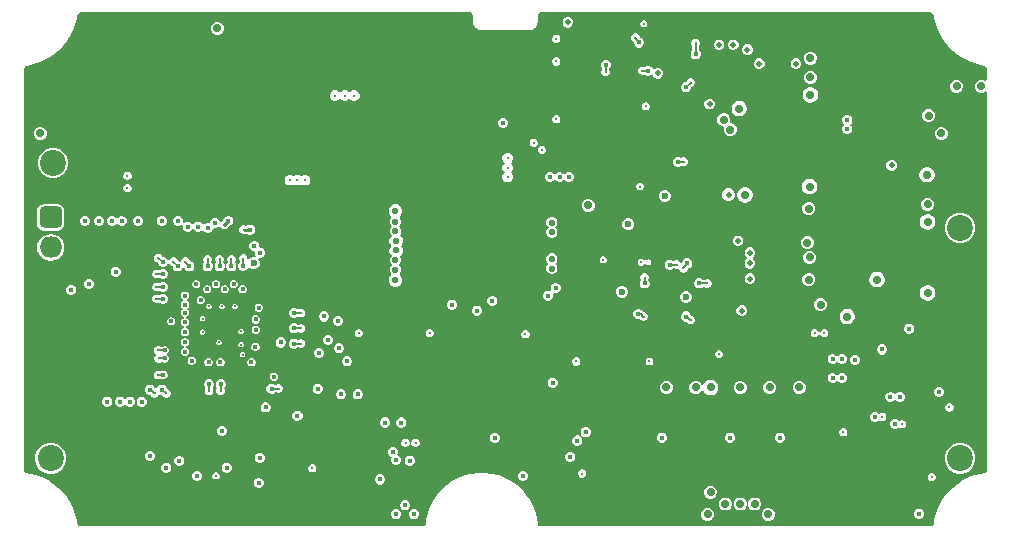
<source format=gbr>
%TF.GenerationSoftware,Altium Limited,Altium Designer,22.6.1 (34)*%
G04 Layer_Physical_Order=5*
G04 Layer_Color=12811406*
%FSLAX45Y45*%
%MOMM*%
%TF.SameCoordinates,07F994AE-BB1C-4BEA-A643-928B9DFDCC76*%
%TF.FilePolarity,Positive*%
%TF.FileFunction,Copper,L5,Inr,Signal*%
%TF.Part,Single*%
G01*
G75*
%TA.AperFunction,Conductor*%
%ADD13C,0.20000*%
%ADD19C,0.25000*%
%TA.AperFunction,ComponentPad*%
%ADD72O,1.90000X1.80000*%
G04:AMPARAMS|DCode=73|XSize=1.8mm|YSize=1.9mm|CornerRadius=0.36mm|HoleSize=0mm|Usage=FLASHONLY|Rotation=270.000|XOffset=0mm|YOffset=0mm|HoleType=Round|Shape=RoundedRectangle|*
%AMROUNDEDRECTD73*
21,1,1.80000,1.18000,0,0,270.0*
21,1,1.08000,1.90000,0,0,270.0*
1,1,0.72000,-0.59000,-0.54000*
1,1,0.72000,-0.59000,0.54000*
1,1,0.72000,0.59000,0.54000*
1,1,0.72000,0.59000,-0.54000*
%
%ADD73ROUNDEDRECTD73*%
%TA.AperFunction,WasherPad*%
%ADD74C,2.20000*%
%TA.AperFunction,ViaPad*%
%ADD75C,0.60000*%
%ADD76C,0.70000*%
%ADD77C,0.55000*%
%ADD78C,0.45000*%
%ADD79C,0.50000*%
%ADD80C,0.56000*%
%ADD81C,0.25000*%
%ADD82C,0.32500*%
%ADD83C,0.20000*%
%ADD84C,0.30000*%
%ADD86C,0.12500*%
G36*
X7700000Y4375000D02*
X7704973D01*
X7714161Y4371193D01*
X7721193Y4364161D01*
X7725000Y4354973D01*
X7725000Y4350000D01*
X7729679Y4323597D01*
X7743201Y4271719D01*
X7762140Y4221565D01*
X7786283Y4173699D01*
X7815358Y4128657D01*
X7849040Y4086948D01*
X7886948Y4049040D01*
X7928657Y4015358D01*
X7973699Y3986283D01*
X8021565Y3962140D01*
X8071719Y3943201D01*
X8123597Y3929679D01*
X8150000Y3925000D01*
X8154973D01*
X8164161Y3921194D01*
X8171194Y3914161D01*
X8175000Y3904973D01*
Y3799375D01*
X8163267Y3794515D01*
X8161155Y3796627D01*
X8140940Y3805000D01*
X8119060D01*
X8098845Y3796627D01*
X8083373Y3781155D01*
X8075000Y3760940D01*
Y3739060D01*
X8083373Y3718845D01*
X8098845Y3703374D01*
X8119060Y3695000D01*
X8140940D01*
X8161155Y3703374D01*
X8163267Y3705485D01*
X8175000Y3700625D01*
Y500000D01*
Y495027D01*
X8171194Y485839D01*
X8164161Y478806D01*
X8154973Y475000D01*
X8150000Y475000D01*
X8123596Y470320D01*
X8071719Y456799D01*
X8021565Y437860D01*
X7973698Y413717D01*
X7928657Y384641D01*
X7886948Y350960D01*
X7849039Y313051D01*
X7815358Y271342D01*
X7786283Y226301D01*
X7762140Y178434D01*
X7743201Y128280D01*
X7729679Y76403D01*
X7725000Y50000D01*
Y45027D01*
X7721194Y35838D01*
X7714161Y28806D01*
X7704973Y25000D01*
X4395027D01*
X4385838Y28806D01*
X4378806Y35838D01*
X4376619Y41118D01*
X4374704Y52735D01*
X4374703Y52745D01*
X4374703Y52745D01*
X4370608Y81566D01*
X4357194Y138195D01*
X4336994Y192772D01*
X4310306Y244487D01*
X4277526Y292572D01*
X4239142Y336314D01*
X4195723Y375063D01*
X4147913Y408244D01*
X4096424Y435364D01*
X4042018Y456021D01*
X3985503Y469908D01*
X3927720Y476819D01*
X3869524Y476651D01*
X3811782Y469406D01*
X3755349Y455193D01*
X3701063Y434222D01*
X3649731Y406804D01*
X3602114Y373348D01*
X3558919Y334348D01*
X3520789Y290385D01*
X3488288Y242111D01*
X3461899Y190242D01*
X3442014Y135550D01*
X3428929Y78844D01*
X3425000Y49999D01*
Y45027D01*
X3421194Y35838D01*
X3414161Y28806D01*
X3404973Y25000D01*
X495027D01*
X485839Y28806D01*
X478806Y35838D01*
X477732Y38431D01*
X475000Y49998D01*
Y50000D01*
X475000D01*
X475000Y50000D01*
X470320Y76403D01*
X456798Y128280D01*
X437860Y178434D01*
X413717Y226301D01*
X384641Y271342D01*
X350960Y313051D01*
X313051Y350960D01*
X271342Y384641D01*
X226301Y413717D01*
X178434Y437860D01*
X128280Y456799D01*
X76403Y470320D01*
X50000Y475000D01*
X50000Y475000D01*
X50000Y475000D01*
X38431Y477732D01*
X35838Y478806D01*
X28806Y485839D01*
X25000Y495027D01*
Y500000D01*
Y3900000D01*
Y3904973D01*
X28806Y3914161D01*
X35838Y3921194D01*
X45027Y3925000D01*
X50000Y3925000D01*
X76403Y3929679D01*
X128280Y3943201D01*
X178434Y3962140D01*
X226301Y3986283D01*
X271342Y4015358D01*
X313051Y4049039D01*
X350960Y4086948D01*
X384641Y4128657D01*
X413717Y4173698D01*
X437860Y4221565D01*
X456798Y4271719D01*
X470320Y4323596D01*
X475000Y4350000D01*
Y4354972D01*
X478806Y4364161D01*
X485839Y4371194D01*
X495027Y4375000D01*
X3804973D01*
X3814161Y4371194D01*
X3821194Y4364161D01*
X3825000Y4354972D01*
Y4300000D01*
X3825000D01*
X3825361Y4292649D01*
X3828230Y4278229D01*
X3833856Y4264645D01*
X3842024Y4252421D01*
X3852421Y4242024D01*
X3864645Y4233856D01*
X3878229Y4228230D01*
X3892649Y4225361D01*
X3900000Y4225000D01*
X4300000Y4225000D01*
Y4225000D01*
X4307351Y4225361D01*
X4321771Y4228230D01*
X4335354Y4233856D01*
X4347579Y4242024D01*
X4357975Y4252421D01*
X4366144Y4264645D01*
X4371770Y4278229D01*
X4374638Y4292649D01*
X4375000Y4300000D01*
X4375000Y4354972D01*
X4378806Y4364161D01*
X4385839Y4371194D01*
X4395027Y4375000D01*
X7700000D01*
Y4375000D01*
D02*
G37*
%LPC*%
G36*
X5275967Y4310000D02*
X5264032D01*
X5253006Y4305433D01*
X5244567Y4296994D01*
X5240000Y4285968D01*
Y4274033D01*
X5244567Y4263006D01*
X5253006Y4254567D01*
X5264032Y4250000D01*
X5275967D01*
X5286993Y4254567D01*
X5295433Y4263006D01*
X5300000Y4274033D01*
Y4285968D01*
X5295433Y4296994D01*
X5286993Y4305433D01*
X5275967Y4310000D01*
D02*
G37*
G36*
X4638565Y4335213D02*
X4620663D01*
X4604124Y4328362D01*
X4591465Y4315703D01*
X4584614Y4299164D01*
Y4281262D01*
X4591465Y4264722D01*
X4604124Y4252064D01*
X4620663Y4245213D01*
X4638565D01*
X4655104Y4252064D01*
X4667763Y4264722D01*
X4674614Y4281262D01*
Y4299164D01*
X4667763Y4315703D01*
X4655104Y4328362D01*
X4638565Y4335213D01*
D02*
G37*
G36*
X1670940Y4295000D02*
X1649060D01*
X1628845Y4286626D01*
X1613373Y4271155D01*
X1605000Y4250940D01*
Y4229060D01*
X1613373Y4208845D01*
X1628845Y4193373D01*
X1649060Y4185000D01*
X1670940D01*
X1691155Y4193373D01*
X1706627Y4208845D01*
X1715000Y4229060D01*
Y4250940D01*
X1706627Y4271155D01*
X1691155Y4286626D01*
X1670940Y4295000D01*
D02*
G37*
G36*
X4536962Y4185000D02*
X4523038D01*
X4510174Y4179672D01*
X4500329Y4169826D01*
X4495000Y4156962D01*
Y4143038D01*
X4500329Y4130174D01*
X4510174Y4120329D01*
X4523038Y4115000D01*
X4536962D01*
X4549826Y4120329D01*
X4559672Y4130174D01*
X4565000Y4143038D01*
Y4156962D01*
X4559672Y4169826D01*
X4549826Y4179672D01*
X4536962Y4185000D01*
D02*
G37*
G36*
X5207211Y4196250D02*
X5192789D01*
X5179466Y4190731D01*
X5169269Y4180534D01*
X5163750Y4167211D01*
Y4152790D01*
X5169269Y4139466D01*
X5179466Y4129269D01*
X5187500Y4125941D01*
Y4111546D01*
X5193970Y4095926D01*
X5205926Y4083970D01*
X5221546Y4077500D01*
X5238454D01*
X5254074Y4083970D01*
X5266030Y4095926D01*
X5272500Y4111546D01*
Y4128454D01*
X5266030Y4144074D01*
X5254074Y4156030D01*
X5241232Y4161349D01*
X5236250Y4166331D01*
Y4167211D01*
X5230731Y4180534D01*
X5220534Y4190731D01*
X5207211Y4196250D01*
D02*
G37*
G36*
X6038951Y4145000D02*
X6021049D01*
X6004509Y4138149D01*
X5991851Y4125490D01*
X5985000Y4108951D01*
Y4091049D01*
X5991851Y4074510D01*
X6004509Y4061851D01*
X6021049Y4055000D01*
X6038951D01*
X6055490Y4061851D01*
X6068149Y4074510D01*
X6075000Y4091049D01*
Y4108951D01*
X6068149Y4125490D01*
X6055490Y4138149D01*
X6038951Y4145000D01*
D02*
G37*
G36*
X5918951D02*
X5901049D01*
X5884510Y4138149D01*
X5871851Y4125490D01*
X5865000Y4108951D01*
Y4091049D01*
X5871851Y4074510D01*
X5884510Y4061851D01*
X5901049Y4055000D01*
X5918951D01*
X5935491Y4061851D01*
X5948149Y4074510D01*
X5955000Y4091049D01*
Y4108951D01*
X5948149Y4125490D01*
X5935491Y4138149D01*
X5918951Y4145000D01*
D02*
G37*
G36*
X6158938Y4105000D02*
X6141036D01*
X6124497Y4098149D01*
X6111838Y4085490D01*
X6104988Y4068951D01*
Y4051049D01*
X6111838Y4034510D01*
X6124497Y4021851D01*
X6141036Y4015000D01*
X6158938D01*
X6175478Y4021851D01*
X6188136Y4034510D01*
X6194987Y4051049D01*
Y4068951D01*
X6188136Y4085490D01*
X6175478Y4098149D01*
X6158938Y4105000D01*
D02*
G37*
G36*
X5717689Y4152500D02*
X5703268D01*
X5689944Y4146981D01*
X5679747Y4136784D01*
X5674228Y4123461D01*
Y4109040D01*
X5679651Y4095947D01*
Y4049755D01*
X5673970Y4044074D01*
X5667500Y4028454D01*
Y4011546D01*
X5673970Y3995926D01*
X5685926Y3983970D01*
X5701546Y3977500D01*
X5718454D01*
X5734074Y3983970D01*
X5746030Y3995926D01*
X5752500Y4011546D01*
Y4028454D01*
X5746030Y4044074D01*
X5740827Y4049277D01*
Y4095333D01*
X5741209Y4095716D01*
X5746728Y4109040D01*
Y4123461D01*
X5741209Y4136784D01*
X5731012Y4146981D01*
X5717689Y4152500D01*
D02*
G37*
G36*
X6693440Y4042500D02*
X6671560D01*
X6651345Y4034126D01*
X6635873Y4018655D01*
X6627500Y3998440D01*
Y3976560D01*
X6635873Y3956345D01*
X6651345Y3940873D01*
X6671560Y3932500D01*
X6693440D01*
X6713655Y3940873D01*
X6729126Y3956345D01*
X6737500Y3976560D01*
Y3998440D01*
X6729126Y4018655D01*
X6713655Y4034126D01*
X6693440Y4042500D01*
D02*
G37*
G36*
X4536962Y3995000D02*
X4523038D01*
X4510174Y3989671D01*
X4500329Y3979826D01*
X4495000Y3966962D01*
Y3953038D01*
X4500329Y3940174D01*
X4510174Y3930328D01*
X4523038Y3925000D01*
X4536962D01*
X4549826Y3930328D01*
X4559672Y3940174D01*
X4565000Y3953038D01*
Y3966962D01*
X4559672Y3979826D01*
X4549826Y3989671D01*
X4536962Y3995000D01*
D02*
G37*
G36*
X5318454Y3922500D02*
X5301546D01*
X5285926Y3916030D01*
X5280581Y3910684D01*
X5280534Y3910731D01*
X5267210Y3916250D01*
X5252789D01*
X5239466Y3910731D01*
X5229269Y3900534D01*
X5223750Y3887211D01*
Y3872790D01*
X5229269Y3859466D01*
X5239466Y3849269D01*
X5252789Y3843750D01*
X5267210D01*
X5280534Y3849269D01*
X5280581Y3849316D01*
X5285926Y3843970D01*
X5301546Y3837500D01*
X5318454D01*
X5334074Y3843970D01*
X5334153Y3844049D01*
X5349134Y3841069D01*
X5351851Y3834509D01*
X5364509Y3821851D01*
X5381049Y3815000D01*
X5398951D01*
X5415490Y3821851D01*
X5428149Y3834509D01*
X5435000Y3851049D01*
Y3868951D01*
X5428149Y3885490D01*
X5415490Y3898149D01*
X5398951Y3905000D01*
X5381049D01*
X5364509Y3898149D01*
X5362898Y3896538D01*
X5347917Y3899517D01*
X5346030Y3904074D01*
X5334074Y3916030D01*
X5318454Y3922500D01*
D02*
G37*
G36*
X6568951Y3985000D02*
X6551049D01*
X6534510Y3978149D01*
X6521851Y3965490D01*
X6515000Y3948951D01*
Y3931049D01*
X6521851Y3914510D01*
X6534510Y3901851D01*
X6551049Y3895000D01*
X6568951D01*
X6585491Y3901851D01*
X6598149Y3914510D01*
X6605000Y3931049D01*
Y3948951D01*
X6598149Y3965490D01*
X6585491Y3978149D01*
X6568951Y3985000D01*
D02*
G37*
G36*
X6258951D02*
X6241049D01*
X6224510Y3978149D01*
X6211851Y3965490D01*
X6205000Y3948951D01*
Y3931049D01*
X6211851Y3914510D01*
X6224510Y3901851D01*
X6241049Y3895000D01*
X6258951D01*
X6275490Y3901851D01*
X6288149Y3914510D01*
X6295000Y3931049D01*
Y3948951D01*
X6288149Y3965490D01*
X6275490Y3978149D01*
X6258951Y3985000D01*
D02*
G37*
G36*
X4958454Y3972500D02*
X4941546D01*
X4925926Y3966030D01*
X4913970Y3954074D01*
X4907500Y3938454D01*
Y3921546D01*
X4913970Y3905926D01*
X4919412Y3900484D01*
Y3890677D01*
X4919269Y3890534D01*
X4913750Y3877210D01*
Y3862789D01*
X4919269Y3849466D01*
X4929466Y3839269D01*
X4942789Y3833750D01*
X4957211D01*
X4970534Y3839269D01*
X4980731Y3849466D01*
X4986250Y3862789D01*
Y3877210D01*
X4980731Y3890534D01*
X4980588Y3890677D01*
Y3900484D01*
X4986030Y3905926D01*
X4992500Y3921546D01*
Y3938454D01*
X4986030Y3954074D01*
X4974074Y3966030D01*
X4958454Y3972500D01*
D02*
G37*
G36*
X6693440Y3880000D02*
X6671560D01*
X6651345Y3871626D01*
X6635873Y3856155D01*
X6627500Y3835940D01*
Y3814060D01*
X6635873Y3793845D01*
X6651345Y3778373D01*
X6671560Y3770000D01*
X6693440D01*
X6713655Y3778373D01*
X6729126Y3793845D01*
X6737500Y3814060D01*
Y3835940D01*
X6729126Y3856155D01*
X6713655Y3871626D01*
X6693440Y3880000D01*
D02*
G37*
G36*
X5677211Y3816250D02*
X5662790D01*
X5649466Y3810731D01*
X5639269Y3800534D01*
X5633750Y3787211D01*
Y3787008D01*
X5629242Y3782500D01*
X5621546D01*
X5605926Y3776030D01*
X5593970Y3764074D01*
X5587500Y3748454D01*
Y3731546D01*
X5593970Y3715926D01*
X5605926Y3703970D01*
X5621546Y3697500D01*
X5638454D01*
X5654074Y3703970D01*
X5666030Y3715926D01*
X5672500Y3731546D01*
Y3739242D01*
X5677008Y3743750D01*
X5677211D01*
X5690534Y3749269D01*
X5700731Y3759466D01*
X5706250Y3772790D01*
Y3787211D01*
X5700731Y3800534D01*
X5690534Y3810731D01*
X5677211Y3816250D01*
D02*
G37*
G36*
X2828951Y3715000D02*
X2811049D01*
X2794510Y3708149D01*
X2788297Y3701936D01*
X2780000Y3696666D01*
X2771703Y3701936D01*
X2765491Y3708149D01*
X2748951Y3715000D01*
X2731049D01*
X2714510Y3708149D01*
X2708297Y3701936D01*
X2700000Y3696666D01*
X2691703Y3701936D01*
X2685490Y3708149D01*
X2668951Y3715000D01*
X2651049D01*
X2634510Y3708149D01*
X2621851Y3695490D01*
X2615000Y3678951D01*
Y3661049D01*
X2621851Y3644510D01*
X2634510Y3631851D01*
X2651049Y3625000D01*
X2668951D01*
X2685490Y3631851D01*
X2691703Y3638064D01*
X2700000Y3643334D01*
X2708297Y3638064D01*
X2714510Y3631851D01*
X2731049Y3625000D01*
X2748951D01*
X2765491Y3631851D01*
X2771703Y3638064D01*
X2780000Y3643334D01*
X2788297Y3638064D01*
X2794510Y3631851D01*
X2811049Y3625000D01*
X2828951D01*
X2845490Y3631851D01*
X2858149Y3644510D01*
X2865000Y3661049D01*
Y3678951D01*
X2858149Y3695490D01*
X2845490Y3708149D01*
X2828951Y3715000D01*
D02*
G37*
G36*
X7930940Y3805000D02*
X7909060D01*
X7888845Y3796627D01*
X7873373Y3781155D01*
X7865000Y3760940D01*
Y3739060D01*
X7873373Y3718845D01*
X7888845Y3703374D01*
X7909060Y3695000D01*
X7930940D01*
X7951155Y3703374D01*
X7966626Y3718845D01*
X7975000Y3739060D01*
Y3760940D01*
X7966626Y3781155D01*
X7951155Y3796627D01*
X7930940Y3805000D01*
D02*
G37*
G36*
X6691057Y3740000D02*
X6673942D01*
X6657411Y3735570D01*
X6642589Y3727013D01*
X6630487Y3714911D01*
X6621930Y3700089D01*
X6617500Y3683558D01*
Y3666443D01*
X6621930Y3649911D01*
X6630487Y3635089D01*
X6642589Y3622987D01*
X6657411Y3614430D01*
X6673942Y3610000D01*
X6691057D01*
X6707589Y3614430D01*
X6722411Y3622987D01*
X6734513Y3635089D01*
X6743070Y3649911D01*
X6747500Y3666443D01*
Y3683558D01*
X6743070Y3700089D01*
X6734513Y3714911D01*
X6722411Y3727013D01*
X6707589Y3735570D01*
X6691057Y3740000D01*
D02*
G37*
G36*
X5837471Y3642643D02*
X5819570D01*
X5803030Y3635793D01*
X5790371Y3623134D01*
X5783521Y3606595D01*
Y3588693D01*
X5790371Y3572153D01*
X5803030Y3559495D01*
X5819570Y3552644D01*
X5837471D01*
X5854011Y3559495D01*
X5866669Y3572153D01*
X5873520Y3588693D01*
Y3606595D01*
X5866669Y3623134D01*
X5854011Y3635793D01*
X5837471Y3642643D01*
D02*
G37*
G36*
X5296962Y3615000D02*
X5283038D01*
X5270174Y3609671D01*
X5260329Y3599826D01*
X5255000Y3586962D01*
Y3573038D01*
X5260329Y3560174D01*
X5270174Y3550328D01*
X5283038Y3545000D01*
X5296962D01*
X5309826Y3550328D01*
X5319672Y3560174D01*
X5325000Y3573038D01*
Y3586962D01*
X5319672Y3599826D01*
X5309826Y3609671D01*
X5296962Y3615000D01*
D02*
G37*
G36*
X6088558Y3625000D02*
X6071443D01*
X6054911Y3620570D01*
X6040089Y3612013D01*
X6027987Y3599911D01*
X6019430Y3585089D01*
X6015000Y3568558D01*
Y3551442D01*
X6019430Y3534911D01*
X6027987Y3520089D01*
X6040089Y3507987D01*
X6054911Y3499430D01*
X6071443Y3495000D01*
X6088558D01*
X6105089Y3499430D01*
X6119911Y3507987D01*
X6132013Y3520089D01*
X6140570Y3534911D01*
X6145000Y3551442D01*
Y3568558D01*
X6140570Y3585089D01*
X6132013Y3599911D01*
X6119911Y3612013D01*
X6105089Y3620570D01*
X6088558Y3625000D01*
D02*
G37*
G36*
X7693440Y3555000D02*
X7671560D01*
X7651345Y3546626D01*
X7635873Y3531155D01*
X7627500Y3510940D01*
Y3489060D01*
X7635873Y3468845D01*
X7651345Y3453373D01*
X7671560Y3445000D01*
X7693440D01*
X7713655Y3453373D01*
X7729127Y3468845D01*
X7737500Y3489060D01*
Y3510940D01*
X7729127Y3531155D01*
X7713655Y3546626D01*
X7693440Y3555000D01*
D02*
G37*
G36*
X4536962Y3505000D02*
X4523038D01*
X4510174Y3499671D01*
X4500329Y3489826D01*
X4495000Y3476962D01*
Y3463038D01*
X4500329Y3450174D01*
X4510174Y3440328D01*
X4523038Y3435000D01*
X4536962D01*
X4549826Y3440328D01*
X4559672Y3450174D01*
X4565000Y3463038D01*
Y3476962D01*
X4559672Y3489826D01*
X4549826Y3499671D01*
X4536962Y3505000D01*
D02*
G37*
G36*
X4088454Y3482500D02*
X4071546D01*
X4055926Y3476030D01*
X4043970Y3464074D01*
X4037500Y3448454D01*
Y3431546D01*
X4043970Y3415926D01*
X4055926Y3403970D01*
X4071546Y3397500D01*
X4088454D01*
X4104074Y3403970D01*
X4116030Y3415926D01*
X4122500Y3431546D01*
Y3448454D01*
X4116030Y3464074D01*
X4104074Y3476030D01*
X4088454Y3482500D01*
D02*
G37*
G36*
X7003454Y3505000D02*
X6986546D01*
X6970926Y3498529D01*
X6958970Y3486574D01*
X6952500Y3470953D01*
Y3454046D01*
X6958970Y3438426D01*
X6964099Y3433297D01*
X6969898Y3425000D01*
X6964099Y3416703D01*
X6958970Y3411574D01*
X6952500Y3395954D01*
Y3379046D01*
X6958970Y3363426D01*
X6970926Y3351470D01*
X6986546Y3345000D01*
X7003454D01*
X7019074Y3351470D01*
X7031030Y3363426D01*
X7037500Y3379046D01*
Y3395954D01*
X7031030Y3411574D01*
X7025901Y3416703D01*
X7020102Y3425000D01*
X7025901Y3433297D01*
X7031030Y3438426D01*
X7037500Y3454046D01*
Y3470953D01*
X7031030Y3486574D01*
X7019074Y3498529D01*
X7003454Y3505000D01*
D02*
G37*
G36*
X5960940Y3520000D02*
X5939060D01*
X5918845Y3511626D01*
X5903374Y3496155D01*
X5895000Y3475940D01*
Y3454060D01*
X5903374Y3433845D01*
X5918845Y3418373D01*
X5939060Y3410000D01*
X5942958D01*
X5950014Y3399440D01*
X5947343Y3392993D01*
Y3371113D01*
X5955717Y3350899D01*
X5971188Y3335427D01*
X5991403Y3327054D01*
X6013283D01*
X6033498Y3335427D01*
X6048970Y3350899D01*
X6057343Y3371113D01*
Y3392993D01*
X6048970Y3413208D01*
X6033498Y3428680D01*
X6013283Y3437053D01*
X6009385D01*
X6002330Y3447613D01*
X6005000Y3454060D01*
Y3475940D01*
X5996627Y3496155D01*
X5981155Y3511626D01*
X5960940Y3520000D01*
D02*
G37*
G36*
X7800940Y3405000D02*
X7779060D01*
X7758845Y3396626D01*
X7743373Y3381155D01*
X7735000Y3360940D01*
Y3339060D01*
X7743373Y3318845D01*
X7758845Y3303373D01*
X7779060Y3295000D01*
X7800940D01*
X7821155Y3303373D01*
X7836626Y3318845D01*
X7845000Y3339060D01*
Y3360940D01*
X7836626Y3381155D01*
X7821155Y3396626D01*
X7800940Y3405000D01*
D02*
G37*
G36*
X170940D02*
X149060D01*
X128845Y3396626D01*
X113373Y3381155D01*
X105000Y3360940D01*
Y3339060D01*
X113373Y3318845D01*
X128845Y3303373D01*
X149060Y3295000D01*
X170940D01*
X191155Y3303373D01*
X206626Y3318845D01*
X215000Y3339060D01*
Y3360940D01*
X206626Y3381155D01*
X191155Y3396626D01*
X170940Y3405000D01*
D02*
G37*
G36*
X4346962Y3305000D02*
X4333038D01*
X4320174Y3299672D01*
X4310328Y3289826D01*
X4305000Y3276962D01*
Y3263038D01*
X4310328Y3250174D01*
X4320174Y3240329D01*
X4333038Y3235000D01*
X4346962D01*
X4359826Y3240329D01*
X4369671Y3250174D01*
X4375000Y3263038D01*
Y3276962D01*
X4369671Y3289826D01*
X4359826Y3299672D01*
X4346962Y3305000D01*
D02*
G37*
G36*
X4416962Y3245000D02*
X4403038D01*
X4390174Y3239671D01*
X4380329Y3229826D01*
X4375000Y3216962D01*
Y3203038D01*
X4380329Y3190174D01*
X4390174Y3180328D01*
X4403038Y3175000D01*
X4416962D01*
X4429826Y3180328D01*
X4439672Y3190174D01*
X4445000Y3203038D01*
Y3216962D01*
X4439672Y3229826D01*
X4429826Y3239671D01*
X4416962Y3245000D01*
D02*
G37*
G36*
X5568453Y3152500D02*
X5551546D01*
X5535926Y3146030D01*
X5523970Y3134074D01*
X5517500Y3118454D01*
Y3101546D01*
X5523970Y3085926D01*
X5535926Y3073970D01*
X5551546Y3067500D01*
X5568453D01*
X5584074Y3073970D01*
X5589419Y3079315D01*
X5589466Y3079269D01*
X5602789Y3073750D01*
X5617211D01*
X5630534Y3079269D01*
X5640731Y3089466D01*
X5646250Y3102789D01*
Y3117210D01*
X5640731Y3130534D01*
X5630534Y3140731D01*
X5617211Y3146250D01*
X5602789D01*
X5589466Y3140731D01*
X5589419Y3140684D01*
X5584074Y3146030D01*
X5568453Y3152500D01*
D02*
G37*
G36*
X7378951Y3123826D02*
X7361049D01*
X7344510Y3116975D01*
X7331851Y3104317D01*
X7325000Y3087777D01*
Y3069875D01*
X7331851Y3053336D01*
X7344510Y3040677D01*
X7361049Y3033827D01*
X7378951D01*
X7395490Y3040677D01*
X7408149Y3053336D01*
X7415000Y3069875D01*
Y3087777D01*
X7408149Y3104317D01*
X7395490Y3116975D01*
X7378951Y3123826D01*
D02*
G37*
G36*
X2413951Y3000000D02*
X2396049D01*
X2379510Y2993149D01*
X2372500Y2986139D01*
X2365490Y2993149D01*
X2348951Y3000000D01*
X2331049D01*
X2314509Y2993149D01*
X2307500Y2986140D01*
X2300490Y2993149D01*
X2283951Y3000000D01*
X2266049D01*
X2249510Y2993149D01*
X2236851Y2980490D01*
X2230000Y2963951D01*
Y2946049D01*
X2236851Y2929510D01*
X2249510Y2916851D01*
X2266049Y2910000D01*
X2283951D01*
X2300490Y2916851D01*
X2307500Y2923860D01*
X2314509Y2916851D01*
X2331049Y2910000D01*
X2348951D01*
X2365490Y2916851D01*
X2372500Y2923861D01*
X2379510Y2916851D01*
X2396049Y2910000D01*
X2413951D01*
X2430490Y2916851D01*
X2443149Y2929510D01*
X2450000Y2946049D01*
Y2963951D01*
X2443149Y2980490D01*
X2430490Y2993149D01*
X2413951Y3000000D01*
D02*
G37*
G36*
X287108Y3229997D02*
X252878D01*
X219815Y3221138D01*
X190171Y3204023D01*
X165967Y3179819D01*
X148852Y3150175D01*
X139993Y3117112D01*
Y3082882D01*
X148852Y3049819D01*
X165967Y3020175D01*
X190171Y2995971D01*
X219815Y2978856D01*
X252878Y2969997D01*
X287108D01*
X320171Y2978856D01*
X349815Y2995971D01*
X374019Y3020175D01*
X391134Y3049819D01*
X399993Y3082882D01*
Y3117112D01*
X391134Y3150175D01*
X374019Y3179819D01*
X349815Y3204023D01*
X320171Y3221138D01*
X287108Y3229997D01*
D02*
G37*
G36*
X906962Y3025000D02*
X893038D01*
X880174Y3019672D01*
X870328Y3009826D01*
X865000Y2996962D01*
Y2983038D01*
X870328Y2970174D01*
X880174Y2960329D01*
X893038Y2955000D01*
X906962D01*
X919826Y2960329D01*
X929671Y2970174D01*
X935000Y2983038D01*
Y2996962D01*
X929671Y3009826D01*
X919826Y3019672D01*
X906962Y3025000D01*
D02*
G37*
G36*
X4487137Y3023817D02*
X4470229D01*
X4454609Y3017347D01*
X4442653Y3005391D01*
X4436183Y2989770D01*
Y2972863D01*
X4442653Y2957243D01*
X4454609Y2945287D01*
X4470229Y2938817D01*
X4487137D01*
X4502757Y2945287D01*
X4510880Y2953410D01*
X4519500Y2955611D01*
X4526759Y2953137D01*
X4535267Y2944629D01*
X4550888Y2938158D01*
X4567795D01*
X4583416Y2944629D01*
X4591539Y2952752D01*
X4600159Y2954952D01*
X4607417Y2952479D01*
X4615926Y2943970D01*
X4631546Y2937500D01*
X4648454D01*
X4664074Y2943970D01*
X4676030Y2955926D01*
X4682500Y2971546D01*
Y2988454D01*
X4676030Y3004074D01*
X4664074Y3016030D01*
X4648454Y3022500D01*
X4631546D01*
X4615926Y3016030D01*
X4607803Y3007906D01*
X4599183Y3005706D01*
X4591924Y3008179D01*
X4583416Y3016688D01*
X4567795Y3023158D01*
X4550888D01*
X4535267Y3016688D01*
X4527144Y3008565D01*
X4518524Y3006364D01*
X4511266Y3008838D01*
X4502757Y3017347D01*
X4487137Y3023817D01*
D02*
G37*
G36*
X7678557Y3065000D02*
X7661442D01*
X7644911Y3060570D01*
X7630089Y3052013D01*
X7617987Y3039911D01*
X7609430Y3025089D01*
X7605000Y3008557D01*
Y2991442D01*
X7609430Y2974911D01*
X7617987Y2960089D01*
X7630089Y2947987D01*
X7644911Y2939430D01*
X7661442Y2935000D01*
X7678557D01*
X7695089Y2939430D01*
X7709911Y2947987D01*
X7722013Y2960089D01*
X7730570Y2974911D01*
X7735000Y2991442D01*
Y3008557D01*
X7730570Y3025089D01*
X7722013Y3039911D01*
X7709911Y3052013D01*
X7695089Y3060570D01*
X7678557Y3065000D01*
D02*
G37*
G36*
X4128951Y3185000D02*
X4111049D01*
X4094509Y3178149D01*
X4081851Y3165490D01*
X4075000Y3148951D01*
Y3131049D01*
X4081851Y3114510D01*
X4088064Y3108297D01*
X4093333Y3100000D01*
X4088064Y3091703D01*
X4081851Y3085490D01*
X4075000Y3068951D01*
Y3051049D01*
X4081851Y3034510D01*
X4088064Y3028297D01*
X4093333Y3020000D01*
X4088064Y3011703D01*
X4081851Y3005490D01*
X4075000Y2988951D01*
Y2971049D01*
X4081851Y2954509D01*
X4094509Y2941851D01*
X4111049Y2935000D01*
X4128951D01*
X4145490Y2941851D01*
X4158149Y2954509D01*
X4165000Y2971049D01*
Y2988951D01*
X4158149Y3005490D01*
X4151936Y3011703D01*
X4146666Y3020000D01*
X4151936Y3028297D01*
X4158149Y3034510D01*
X4165000Y3051049D01*
Y3068951D01*
X4158149Y3085490D01*
X4151936Y3091703D01*
X4146666Y3100000D01*
X4151936Y3108297D01*
X4158149Y3114510D01*
X4165000Y3131049D01*
Y3148951D01*
X4158149Y3165490D01*
X4145490Y3178149D01*
X4128951Y3185000D01*
D02*
G37*
G36*
X5246464Y2932500D02*
X5233535D01*
X5221590Y2927552D01*
X5212448Y2918410D01*
X5207500Y2906465D01*
Y2893535D01*
X5212448Y2881590D01*
X5221590Y2872448D01*
X5233535Y2867500D01*
X5246464D01*
X5258410Y2872448D01*
X5267552Y2881590D01*
X5272500Y2893535D01*
Y2906465D01*
X5267552Y2918410D01*
X5258410Y2927552D01*
X5246464Y2932500D01*
D02*
G37*
G36*
X906962Y2922500D02*
X893038D01*
X880174Y2917171D01*
X870328Y2907326D01*
X865000Y2894462D01*
Y2880538D01*
X870328Y2867674D01*
X880174Y2857828D01*
X893038Y2852500D01*
X906962D01*
X919826Y2857828D01*
X929671Y2867674D01*
X935000Y2880538D01*
Y2894462D01*
X929671Y2907326D01*
X919826Y2917171D01*
X906962Y2922500D01*
D02*
G37*
G36*
X6683557Y2965000D02*
X6666442D01*
X6649910Y2960570D01*
X6635089Y2952013D01*
X6622987Y2939911D01*
X6614429Y2925089D01*
X6610000Y2908558D01*
Y2891443D01*
X6614429Y2874911D01*
X6622987Y2860090D01*
X6635089Y2847987D01*
X6649910Y2839430D01*
X6666442Y2835000D01*
X6683557D01*
X6700089Y2839430D01*
X6714910Y2847987D01*
X6727012Y2860090D01*
X6735570Y2874911D01*
X6739999Y2891443D01*
Y2908558D01*
X6735570Y2925089D01*
X6727012Y2939911D01*
X6714910Y2952013D01*
X6700089Y2960570D01*
X6683557Y2965000D01*
D02*
G37*
G36*
X6000940Y2885000D02*
X5979060D01*
X5958845Y2876626D01*
X5943373Y2861155D01*
X5935000Y2840940D01*
Y2819060D01*
X5943373Y2798845D01*
X5958845Y2783373D01*
X5979060Y2775000D01*
X6000940D01*
X6021155Y2783373D01*
X6036626Y2798845D01*
X6045000Y2819060D01*
Y2840940D01*
X6036626Y2861155D01*
X6021155Y2876626D01*
X6000940Y2885000D01*
D02*
G37*
G36*
X5459946Y2870000D02*
X5440054D01*
X5421677Y2862388D01*
X5407612Y2848323D01*
X5400000Y2829946D01*
Y2810054D01*
X5407612Y2791677D01*
X5421677Y2777612D01*
X5440054Y2770000D01*
X5459946D01*
X5478323Y2777612D01*
X5492388Y2791677D01*
X5500000Y2810054D01*
Y2829946D01*
X5492388Y2848323D01*
X5478323Y2862388D01*
X5459946Y2870000D01*
D02*
G37*
G36*
X6138557Y2895000D02*
X6121442D01*
X6104911Y2890570D01*
X6090089Y2882013D01*
X6077987Y2869911D01*
X6069430Y2855089D01*
X6065000Y2838557D01*
Y2821442D01*
X6069430Y2804911D01*
X6077987Y2790089D01*
X6090089Y2777987D01*
X6104911Y2769430D01*
X6121442Y2765000D01*
X6138557D01*
X6155089Y2769430D01*
X6169911Y2777987D01*
X6182013Y2790089D01*
X6190570Y2804911D01*
X6195000Y2821442D01*
Y2838557D01*
X6190570Y2855089D01*
X6182013Y2869911D01*
X6169911Y2882013D01*
X6155089Y2890570D01*
X6138557Y2895000D01*
D02*
G37*
G36*
X7685939Y2805000D02*
X7664059D01*
X7643845Y2796627D01*
X7628373Y2781155D01*
X7619999Y2760940D01*
Y2739060D01*
X7628373Y2718845D01*
X7643845Y2703374D01*
X7664059Y2695000D01*
X7685939D01*
X7706154Y2703374D01*
X7721626Y2718845D01*
X7729999Y2739060D01*
Y2760940D01*
X7721626Y2781155D01*
X7706154Y2796627D01*
X7685939Y2805000D01*
D02*
G37*
G36*
X4810940Y2795000D02*
X4789060D01*
X4768845Y2786627D01*
X4753374Y2771155D01*
X4745000Y2750940D01*
Y2729060D01*
X4753374Y2708845D01*
X4768845Y2693374D01*
X4789060Y2685000D01*
X4810940D01*
X4831155Y2693374D01*
X4846627Y2708845D01*
X4855000Y2729060D01*
Y2750940D01*
X4846627Y2771155D01*
X4831155Y2786627D01*
X4810940Y2795000D01*
D02*
G37*
G36*
X6680940Y2767500D02*
X6659060D01*
X6638845Y2759126D01*
X6623373Y2743655D01*
X6615000Y2723440D01*
Y2701560D01*
X6623373Y2681345D01*
X6638845Y2665873D01*
X6659060Y2657500D01*
X6680940D01*
X6701155Y2665873D01*
X6716626Y2681345D01*
X6725000Y2701560D01*
Y2723440D01*
X6716626Y2743655D01*
X6701155Y2759126D01*
X6680940Y2767500D01*
D02*
G37*
G36*
X858454Y2652500D02*
X841546D01*
X825926Y2646030D01*
X818076Y2638179D01*
X810000Y2635428D01*
X801924Y2638179D01*
X794074Y2646030D01*
X778454Y2652500D01*
X761546D01*
X745926Y2646030D01*
X733970Y2634074D01*
X727500Y2618454D01*
Y2601546D01*
X733970Y2585926D01*
X745926Y2573970D01*
X761546Y2567500D01*
X778454D01*
X794074Y2573970D01*
X801924Y2581821D01*
X810000Y2584573D01*
X818076Y2581821D01*
X825926Y2573970D01*
X841546Y2567500D01*
X858454D01*
X874074Y2573970D01*
X886030Y2585926D01*
X892500Y2601546D01*
Y2618454D01*
X886030Y2634074D01*
X874074Y2646030D01*
X858454Y2652500D01*
D02*
G37*
G36*
X1763454D02*
X1746546D01*
X1730926Y2646030D01*
X1718970Y2634074D01*
X1712500Y2618454D01*
Y2614362D01*
X1706982Y2608844D01*
X1699466Y2605731D01*
X1694318Y2600583D01*
X1694075Y2600539D01*
X1680139Y2604153D01*
X1676030Y2614074D01*
X1664074Y2626030D01*
X1648454Y2632500D01*
X1631546D01*
X1615926Y2626030D01*
X1603970Y2614074D01*
X1598931Y2601907D01*
X1588453Y2592500D01*
X1571546D01*
X1555926Y2586030D01*
X1549382Y2579486D01*
X1534574Y2582050D01*
X1533431Y2584809D01*
X1521476Y2596764D01*
X1505855Y2603235D01*
X1488948D01*
X1473328Y2596764D01*
X1461372Y2584809D01*
X1460422Y2582515D01*
X1446675D01*
X1446030Y2584074D01*
X1434074Y2596030D01*
X1418454Y2602500D01*
X1401546D01*
X1385926Y2596030D01*
X1382572Y2592675D01*
X1371805Y2599869D01*
X1372500Y2601546D01*
Y2618454D01*
X1366030Y2634074D01*
X1354074Y2646030D01*
X1338454Y2652500D01*
X1321546D01*
X1305926Y2646030D01*
X1293970Y2634074D01*
X1287500Y2618454D01*
Y2601546D01*
X1293970Y2585926D01*
X1305926Y2573970D01*
X1321546Y2567500D01*
X1338454D01*
X1354074Y2573970D01*
X1357428Y2577325D01*
X1368195Y2570131D01*
X1367500Y2568454D01*
Y2551546D01*
X1373970Y2535926D01*
X1385926Y2523970D01*
X1401546Y2517500D01*
X1418454D01*
X1434074Y2523970D01*
X1446030Y2535926D01*
X1446980Y2538220D01*
X1460726D01*
X1461372Y2536661D01*
X1473328Y2524705D01*
X1488948Y2518235D01*
X1505855D01*
X1521476Y2524705D01*
X1528019Y2531248D01*
X1542827Y2528685D01*
X1543970Y2525926D01*
X1555926Y2513970D01*
X1571546Y2507500D01*
X1588454D01*
X1604074Y2513970D01*
X1616030Y2525926D01*
X1621069Y2538093D01*
X1631547Y2547500D01*
X1648454D01*
X1664074Y2553970D01*
X1672314Y2562211D01*
X1685451Y2560959D01*
X1686895Y2560198D01*
X1689269Y2554466D01*
X1699466Y2544269D01*
X1712790Y2538750D01*
X1727211D01*
X1740534Y2544269D01*
X1750731Y2554466D01*
X1753845Y2561983D01*
X1759362Y2567500D01*
X1763454D01*
X1779074Y2573970D01*
X1791030Y2585926D01*
X1797500Y2601546D01*
Y2618454D01*
X1791030Y2634074D01*
X1779074Y2646030D01*
X1763454Y2652500D01*
D02*
G37*
G36*
X1948454Y2577500D02*
X1931546D01*
X1915926Y2571030D01*
X1913033Y2568137D01*
X1899727D01*
X1892211Y2571250D01*
X1877789D01*
X1864466Y2565731D01*
X1854269Y2555534D01*
X1848750Y2542211D01*
Y2527789D01*
X1854269Y2514466D01*
X1864466Y2504269D01*
X1877789Y2498750D01*
X1892211D01*
X1899727Y2501863D01*
X1913033D01*
X1915926Y2498970D01*
X1931546Y2492500D01*
X1948454D01*
X1964074Y2498970D01*
X1976030Y2510926D01*
X1982500Y2526546D01*
Y2543454D01*
X1976030Y2559074D01*
X1964074Y2571030D01*
X1948454Y2577500D01*
D02*
G37*
G36*
X1198454Y2652500D02*
X1181546D01*
X1165926Y2646030D01*
X1153970Y2634074D01*
X1147500Y2618454D01*
Y2601546D01*
X1153970Y2585926D01*
X1165926Y2573970D01*
X1181546Y2567500D01*
X1198454D01*
X1214074Y2573970D01*
X1226030Y2585926D01*
X1232500Y2601546D01*
Y2618454D01*
X1226030Y2634074D01*
X1214074Y2646030D01*
X1198454Y2652500D01*
D02*
G37*
G36*
X998454D02*
X981546D01*
X965926Y2646030D01*
X953970Y2634074D01*
X947500Y2618454D01*
Y2601546D01*
X953970Y2585926D01*
X965926Y2573970D01*
X981546Y2567500D01*
X998454D01*
X1014074Y2573970D01*
X1026030Y2585926D01*
X1032500Y2601546D01*
Y2618454D01*
X1026030Y2634074D01*
X1014074Y2646030D01*
X998454Y2652500D01*
D02*
G37*
G36*
X668454D02*
X651546D01*
X635926Y2646030D01*
X623970Y2634074D01*
X617500Y2618454D01*
Y2601546D01*
X623970Y2585926D01*
X635926Y2573970D01*
X651546Y2567500D01*
X668454D01*
X684074Y2573970D01*
X696030Y2585926D01*
X702500Y2601546D01*
Y2618454D01*
X696030Y2634074D01*
X684074Y2646030D01*
X668454Y2652500D01*
D02*
G37*
G36*
X548454D02*
X531546D01*
X515926Y2646030D01*
X503970Y2634074D01*
X497500Y2618454D01*
Y2601546D01*
X503970Y2585926D01*
X515926Y2573970D01*
X531546Y2567500D01*
X548454D01*
X564074Y2573970D01*
X576030Y2585926D01*
X582500Y2601546D01*
Y2618454D01*
X576030Y2634074D01*
X564074Y2646030D01*
X548454Y2652500D01*
D02*
G37*
G36*
X7683557Y2665000D02*
X7666442D01*
X7649910Y2660570D01*
X7635089Y2652013D01*
X7622987Y2639911D01*
X7614429Y2625089D01*
X7610000Y2608558D01*
Y2591443D01*
X7614429Y2574911D01*
X7622987Y2560089D01*
X7635089Y2547987D01*
X7649910Y2539430D01*
X7666442Y2535000D01*
X7683557D01*
X7700088Y2539430D01*
X7714910Y2547987D01*
X7727012Y2560089D01*
X7735569Y2574911D01*
X7739999Y2591443D01*
Y2608558D01*
X7735569Y2625089D01*
X7727012Y2639911D01*
X7714910Y2652013D01*
X7700088Y2660570D01*
X7683557Y2665000D01*
D02*
G37*
G36*
X5149946Y2630000D02*
X5130054D01*
X5111677Y2622388D01*
X5097612Y2608323D01*
X5090000Y2589946D01*
Y2570054D01*
X5097612Y2551677D01*
X5111677Y2537612D01*
X5130054Y2530000D01*
X5149946D01*
X5168323Y2537612D01*
X5182388Y2551677D01*
X5190000Y2570054D01*
Y2589946D01*
X5182388Y2608323D01*
X5168323Y2622388D01*
X5149946Y2630000D01*
D02*
G37*
G36*
X308999Y2750097D02*
X191000D01*
X169150Y2745751D01*
X150626Y2733374D01*
X138249Y2714850D01*
X133903Y2693000D01*
Y2585000D01*
X138249Y2563150D01*
X150626Y2544627D01*
X169150Y2532250D01*
X191000Y2527904D01*
X308999D01*
X330849Y2532250D01*
X349373Y2544627D01*
X361750Y2563150D01*
X366096Y2585000D01*
Y2693000D01*
X361750Y2714850D01*
X349373Y2733374D01*
X330849Y2745751D01*
X308999Y2750097D01*
D02*
G37*
G36*
X4502673Y2643000D02*
X4483577D01*
X4465935Y2635692D01*
X4452433Y2622190D01*
X4445125Y2604548D01*
Y2585452D01*
X4452433Y2567810D01*
X4465868Y2554375D01*
X4452433Y2540940D01*
X4445125Y2523298D01*
Y2504202D01*
X4452433Y2486560D01*
X4465935Y2473058D01*
X4483577Y2465750D01*
X4502673D01*
X4520315Y2473058D01*
X4533817Y2486560D01*
X4541125Y2504202D01*
Y2523298D01*
X4533817Y2540940D01*
X4520382Y2554375D01*
X4533817Y2567810D01*
X4541125Y2585452D01*
Y2604548D01*
X4533817Y2622190D01*
X4520315Y2635692D01*
X4502673Y2643000D01*
D02*
G37*
G36*
X7967112Y2679998D02*
X7932882D01*
X7899819Y2671138D01*
X7870175Y2654023D01*
X7845971Y2629819D01*
X7828856Y2600176D01*
X7819997Y2567112D01*
Y2532883D01*
X7828856Y2499819D01*
X7845971Y2470176D01*
X7870175Y2445972D01*
X7899819Y2428857D01*
X7932882Y2419998D01*
X7967112D01*
X8000175Y2428857D01*
X8029819Y2445972D01*
X8054023Y2470176D01*
X8071138Y2499819D01*
X8079997Y2532883D01*
Y2567112D01*
X8071138Y2600176D01*
X8054023Y2629819D01*
X8029819Y2654023D01*
X8000175Y2671138D01*
X7967112Y2679998D01*
D02*
G37*
G36*
X6078951Y2485000D02*
X6061049D01*
X6044510Y2478149D01*
X6031851Y2465490D01*
X6025000Y2448951D01*
Y2431049D01*
X6031851Y2414510D01*
X6044510Y2401851D01*
X6061049Y2395000D01*
X6078951D01*
X6095490Y2401851D01*
X6108149Y2414510D01*
X6115000Y2431049D01*
Y2448951D01*
X6108149Y2465490D01*
X6095490Y2478149D01*
X6078951Y2485000D01*
D02*
G37*
G36*
X6668440Y2480000D02*
X6646560D01*
X6626345Y2471627D01*
X6610873Y2456155D01*
X6602500Y2435940D01*
Y2414060D01*
X6610873Y2393845D01*
X6626345Y2378373D01*
X6646560Y2370000D01*
X6668440D01*
X6688655Y2378373D01*
X6704126Y2393845D01*
X6712500Y2414060D01*
Y2435940D01*
X6704126Y2456155D01*
X6688655Y2471627D01*
X6668440Y2480000D01*
D02*
G37*
G36*
X1983454Y2440000D02*
X1966546D01*
X1950926Y2433530D01*
X1938970Y2421574D01*
X1932500Y2405954D01*
Y2389046D01*
X1938970Y2373426D01*
X1950926Y2361470D01*
X1966477Y2355029D01*
X1975788Y2351016D01*
X1977500Y2348453D01*
Y2331546D01*
X1983970Y2315926D01*
X1990537Y2309360D01*
X1983342Y2298593D01*
X1979946Y2300000D01*
X1960054D01*
X1941677Y2292388D01*
X1927612Y2278323D01*
X1916250Y2282790D01*
Y2297211D01*
X1910731Y2310534D01*
X1900534Y2320731D01*
X1887211Y2326250D01*
X1872789D01*
X1859466Y2320731D01*
X1849269Y2310534D01*
X1843750Y2297211D01*
Y2282789D01*
X1849269Y2269466D01*
X1849412Y2269323D01*
Y2259516D01*
X1843970Y2254074D01*
X1837500Y2238454D01*
Y2221546D01*
X1843970Y2205926D01*
X1855926Y2193970D01*
X1871546Y2187500D01*
X1888454D01*
X1904074Y2193970D01*
X1916030Y2205926D01*
X1918775Y2212554D01*
X1933756Y2215534D01*
X1941677Y2207612D01*
X1960054Y2200000D01*
X1979946D01*
X1998323Y2207612D01*
X2012388Y2221677D01*
X2020000Y2240054D01*
Y2259946D01*
X2012388Y2278323D01*
X2003713Y2286998D01*
X2010906Y2297765D01*
X2011546Y2297500D01*
X2028454D01*
X2044074Y2303970D01*
X2056030Y2315926D01*
X2062500Y2331546D01*
Y2348454D01*
X2056030Y2364074D01*
X2044074Y2376030D01*
X2028523Y2382471D01*
X2019212Y2386484D01*
X2017500Y2389047D01*
Y2405954D01*
X2011030Y2421574D01*
X1999074Y2433530D01*
X1983454Y2440000D01*
D02*
G37*
G36*
X254999Y2495949D02*
X245000D01*
X216284Y2492169D01*
X189525Y2481085D01*
X166547Y2463453D01*
X148915Y2440475D01*
X137831Y2413716D01*
X134051Y2385000D01*
X137831Y2356285D01*
X148915Y2329526D01*
X166547Y2306548D01*
X189525Y2288916D01*
X216284Y2277832D01*
X245000Y2274051D01*
X254999D01*
X283715Y2277832D01*
X310474Y2288916D01*
X333452Y2306548D01*
X351084Y2329526D01*
X362168Y2356285D01*
X365948Y2385000D01*
X362168Y2413716D01*
X351084Y2440475D01*
X333452Y2463453D01*
X310474Y2481085D01*
X283715Y2492169D01*
X254999Y2495949D01*
D02*
G37*
G36*
X5648454Y2292500D02*
X5631546D01*
X5615926Y2286030D01*
X5603970Y2274074D01*
X5597500Y2258454D01*
Y2253237D01*
X5585070Y2250765D01*
X5584608Y2251176D01*
X5580731Y2260534D01*
X5570534Y2270731D01*
X5557211Y2276250D01*
X5542790D01*
X5529466Y2270731D01*
X5529323Y2270588D01*
X5519516D01*
X5514074Y2276030D01*
X5498454Y2282500D01*
X5481546D01*
X5465926Y2276030D01*
X5453970Y2264074D01*
X5447500Y2248454D01*
Y2231546D01*
X5453970Y2215926D01*
X5465926Y2203970D01*
X5481546Y2197500D01*
X5498454D01*
X5514074Y2203970D01*
X5519516Y2209412D01*
X5529323D01*
X5529466Y2209269D01*
X5542790Y2203750D01*
X5557211D01*
X5558849Y2204429D01*
X5571549Y2200588D01*
X5577068Y2187265D01*
X5587265Y2177068D01*
X5600588Y2171549D01*
X5615010D01*
X5628333Y2177068D01*
X5638530Y2187265D01*
X5644049Y2200588D01*
Y2204173D01*
X5647376Y2207500D01*
X5648454D01*
X5664074Y2213970D01*
X5676030Y2225926D01*
X5682500Y2241546D01*
Y2258454D01*
X5676030Y2274074D01*
X5664074Y2286030D01*
X5648454Y2292500D01*
D02*
G37*
G36*
X4935968Y2310000D02*
X4924033D01*
X4913006Y2305433D01*
X4904567Y2296994D01*
X4900000Y2285967D01*
Y2274033D01*
X4904567Y2263006D01*
X4913006Y2254567D01*
X4924033Y2250000D01*
X4935968D01*
X4946994Y2254567D01*
X4955433Y2263006D01*
X4960000Y2274033D01*
Y2285967D01*
X4955433Y2296994D01*
X4946994Y2305433D01*
X4935968Y2310000D01*
D02*
G37*
G36*
X6685940Y2355000D02*
X6664060D01*
X6643845Y2346627D01*
X6628373Y2331155D01*
X6620000Y2310940D01*
Y2289060D01*
X6628373Y2268845D01*
X6643845Y2253374D01*
X6664060Y2245000D01*
X6685940D01*
X6706154Y2253374D01*
X6721626Y2268845D01*
X6729999Y2289060D01*
Y2310940D01*
X6721626Y2331155D01*
X6706154Y2346627D01*
X6685940Y2355000D01*
D02*
G37*
G36*
X5255967Y2290000D02*
X5244032D01*
X5233006Y2285433D01*
X5224567Y2276994D01*
X5220000Y2265968D01*
Y2254033D01*
X5224567Y2243006D01*
X5233006Y2234567D01*
X5244032Y2230000D01*
X5255967D01*
X5266994Y2234567D01*
X5275432Y2243006D01*
X5278748Y2243578D01*
X5289382Y2243495D01*
X5295131Y2237746D01*
X5304779Y2233750D01*
X5315222D01*
X5324869Y2237746D01*
X5332254Y2245131D01*
X5336250Y2254779D01*
Y2265222D01*
X5332254Y2274869D01*
X5324869Y2282254D01*
X5315222Y2286250D01*
X5304779D01*
X5295131Y2282254D01*
X5289382Y2276505D01*
X5278748Y2276422D01*
X5275432Y2276994D01*
X5266994Y2285433D01*
X5255967Y2290000D01*
D02*
G37*
G36*
X6178951Y2385000D02*
X6161049D01*
X6144510Y2378149D01*
X6131851Y2365490D01*
X6125000Y2348951D01*
Y2331049D01*
X6131851Y2314509D01*
X6144510Y2301851D01*
X6145719Y2301350D01*
Y2288650D01*
X6144510Y2288149D01*
X6131851Y2275490D01*
X6125000Y2258951D01*
Y2241049D01*
X6131851Y2224510D01*
X6144510Y2211851D01*
X6161049Y2205000D01*
X6178951D01*
X6195491Y2211851D01*
X6208149Y2224510D01*
X6215000Y2241049D01*
Y2258951D01*
X6208149Y2275490D01*
X6195491Y2288149D01*
X6194281Y2288650D01*
Y2301350D01*
X6195491Y2301851D01*
X6208149Y2314509D01*
X6215000Y2331049D01*
Y2348951D01*
X6208149Y2365490D01*
X6195491Y2378149D01*
X6178951Y2385000D01*
D02*
G37*
G36*
X1208454Y2202500D02*
X1191546D01*
X1175926Y2196030D01*
X1170484Y2190588D01*
X1165677D01*
X1165534Y2190731D01*
X1152211Y2196250D01*
X1137789D01*
X1124466Y2190731D01*
X1114269Y2180534D01*
X1108750Y2167211D01*
Y2152789D01*
X1114269Y2139466D01*
X1124466Y2129269D01*
X1137789Y2123750D01*
X1152211D01*
X1165534Y2129269D01*
X1165677Y2129412D01*
X1170484D01*
X1175926Y2123970D01*
X1191546Y2117500D01*
X1208454D01*
X1224074Y2123970D01*
X1236030Y2135926D01*
X1242500Y2151546D01*
Y2168454D01*
X1236030Y2184074D01*
X1224074Y2196030D01*
X1208454Y2202500D01*
D02*
G37*
G36*
X1787210Y2321250D02*
X1772789D01*
X1759466Y2315731D01*
X1749268Y2305534D01*
X1743750Y2292211D01*
Y2277790D01*
X1749268Y2264466D01*
X1749412Y2264323D01*
Y2254516D01*
X1743970Y2249074D01*
X1737500Y2233454D01*
Y2216546D01*
X1743970Y2200926D01*
X1755925Y2188970D01*
X1771546Y2182500D01*
X1788453D01*
X1804074Y2188970D01*
X1816029Y2200926D01*
X1822499Y2216546D01*
Y2233454D01*
X1816029Y2249074D01*
X1810587Y2254516D01*
Y2264323D01*
X1810731Y2264466D01*
X1816249Y2277790D01*
Y2292211D01*
X1810731Y2305534D01*
X1800533Y2315731D01*
X1787210Y2321250D01*
D02*
G37*
G36*
X1687210D02*
X1672789D01*
X1659466Y2315731D01*
X1649268Y2305534D01*
X1643750Y2292211D01*
Y2277790D01*
X1649268Y2264466D01*
X1649412Y2264323D01*
Y2254516D01*
X1643970Y2249074D01*
X1637500Y2233454D01*
Y2216546D01*
X1643970Y2200926D01*
X1655925Y2188970D01*
X1671546Y2182500D01*
X1688453D01*
X1704074Y2188970D01*
X1716029Y2200926D01*
X1722499Y2216546D01*
Y2233454D01*
X1716029Y2249074D01*
X1710587Y2254516D01*
Y2264323D01*
X1710731Y2264466D01*
X1716249Y2277790D01*
Y2292211D01*
X1710731Y2305534D01*
X1700533Y2315731D01*
X1687210Y2321250D01*
D02*
G37*
G36*
X1587210D02*
X1572789D01*
X1559466Y2315731D01*
X1549268Y2305534D01*
X1543750Y2292211D01*
Y2277790D01*
X1549268Y2264466D01*
X1549412Y2264323D01*
Y2254516D01*
X1543970Y2249074D01*
X1537500Y2233454D01*
Y2216546D01*
X1543970Y2200926D01*
X1555925Y2188970D01*
X1571546Y2182500D01*
X1588453D01*
X1604074Y2188970D01*
X1616029Y2200926D01*
X1622499Y2216546D01*
Y2233454D01*
X1616029Y2249074D01*
X1610587Y2254516D01*
Y2264323D01*
X1610731Y2264466D01*
X1616249Y2277790D01*
Y2292211D01*
X1610731Y2305534D01*
X1600533Y2315731D01*
X1587210Y2321250D01*
D02*
G37*
G36*
X1167211Y2331250D02*
X1152789D01*
X1139466Y2325731D01*
X1129269Y2315534D01*
X1123750Y2302211D01*
Y2287789D01*
X1129269Y2274466D01*
X1139466Y2264269D01*
X1152789Y2258750D01*
X1155492D01*
X1157500Y2256742D01*
Y2251546D01*
X1163970Y2235926D01*
X1175926Y2223970D01*
X1191546Y2217500D01*
X1208454D01*
X1224074Y2223970D01*
X1236030Y2235926D01*
X1242500Y2251546D01*
Y2251764D01*
X1255200Y2254290D01*
X1259269Y2244466D01*
X1269466Y2234269D01*
X1278868Y2230375D01*
X1282500Y2226742D01*
Y2216546D01*
X1288970Y2200926D01*
X1300926Y2188970D01*
X1316546Y2182500D01*
X1333454D01*
X1349074Y2188970D01*
X1361030Y2200926D01*
X1365300Y2211236D01*
X1377775Y2217842D01*
X1380200Y2218147D01*
X1382300Y2217134D01*
X1382500Y2216742D01*
Y2216546D01*
X1388970Y2200926D01*
X1400926Y2188970D01*
X1416546Y2182500D01*
X1433454D01*
X1449074Y2188970D01*
X1461030Y2200926D01*
X1467500Y2216546D01*
Y2233454D01*
X1461030Y2249074D01*
X1449074Y2261030D01*
X1433454Y2267500D01*
X1428258D01*
X1426250Y2269508D01*
Y2272211D01*
X1420731Y2285534D01*
X1410534Y2295731D01*
X1397211Y2301250D01*
X1382789D01*
X1369466Y2295731D01*
X1359269Y2285534D01*
X1353750Y2272211D01*
X1341050Y2264353D01*
X1333454Y2267500D01*
X1328258D01*
X1326250Y2269508D01*
Y2272211D01*
X1320731Y2285534D01*
X1310534Y2295731D01*
X1297211Y2301250D01*
X1282789D01*
X1269466Y2295731D01*
X1259269Y2285534D01*
X1254220Y2273345D01*
X1250274Y2272140D01*
X1241050Y2271954D01*
X1236030Y2284074D01*
X1224074Y2296030D01*
X1208454Y2302500D01*
X1198258D01*
X1194625Y2306132D01*
X1190731Y2315534D01*
X1180534Y2325731D01*
X1167211Y2331250D01*
D02*
G37*
G36*
X4502673Y2334250D02*
X4483577D01*
X4465935Y2326942D01*
X4452433Y2313440D01*
X4445125Y2295798D01*
Y2276702D01*
X4452433Y2259060D01*
X4465868Y2245625D01*
X4452433Y2232190D01*
X4445125Y2214548D01*
Y2195452D01*
X4452433Y2177810D01*
X4465935Y2164308D01*
X4483577Y2157000D01*
X4502673D01*
X4520315Y2164308D01*
X4533817Y2177810D01*
X4541125Y2195452D01*
Y2214548D01*
X4533817Y2232190D01*
X4520382Y2245625D01*
X4533817Y2259060D01*
X4541125Y2276702D01*
Y2295798D01*
X4533817Y2313440D01*
X4520315Y2326942D01*
X4502673Y2334250D01*
D02*
G37*
G36*
X808454Y2222500D02*
X791546D01*
X775926Y2216030D01*
X763970Y2204074D01*
X757500Y2188454D01*
Y2171546D01*
X763970Y2155926D01*
X775926Y2143970D01*
X791546Y2137500D01*
X808454D01*
X824074Y2143970D01*
X836030Y2155926D01*
X842500Y2171546D01*
Y2188454D01*
X836030Y2204074D01*
X824074Y2216030D01*
X808454Y2222500D01*
D02*
G37*
G36*
X1208454Y2092500D02*
X1191546D01*
X1175926Y2086030D01*
X1170484Y2080588D01*
X1165677D01*
X1165534Y2080731D01*
X1152211Y2086250D01*
X1137789D01*
X1124466Y2080731D01*
X1114269Y2070534D01*
X1108750Y2057211D01*
Y2042789D01*
X1114269Y2029466D01*
X1124466Y2019269D01*
X1137789Y2013750D01*
X1152211D01*
X1165534Y2019269D01*
X1165677Y2019412D01*
X1170484D01*
X1175926Y2013970D01*
X1191546Y2007500D01*
X1208454D01*
X1224074Y2013970D01*
X1236030Y2025926D01*
X1242500Y2041546D01*
Y2058454D01*
X1236030Y2074074D01*
X1224074Y2086030D01*
X1208454Y2092500D01*
D02*
G37*
G36*
X6178951Y2165000D02*
X6161049D01*
X6144510Y2158149D01*
X6131851Y2145491D01*
X6125000Y2128951D01*
Y2111049D01*
X6131851Y2094510D01*
X6144510Y2081851D01*
X6161049Y2075000D01*
X6178951D01*
X6195491Y2081851D01*
X6208149Y2094510D01*
X6215000Y2111049D01*
Y2128951D01*
X6208149Y2145491D01*
X6195491Y2158149D01*
X6178951Y2165000D01*
D02*
G37*
G36*
X6680940Y2167500D02*
X6659060D01*
X6638845Y2159126D01*
X6623373Y2143655D01*
X6615000Y2123440D01*
Y2101560D01*
X6623373Y2081345D01*
X6638845Y2065873D01*
X6659060Y2057500D01*
X6680940D01*
X6701155Y2065873D01*
X6716626Y2081345D01*
X6725000Y2101560D01*
Y2123440D01*
X6716626Y2143655D01*
X6701155Y2159126D01*
X6680940Y2167500D01*
D02*
G37*
G36*
X3180287Y2750500D02*
X3157213D01*
X3135895Y2741670D01*
X3119580Y2725354D01*
X3110750Y2704037D01*
Y2680963D01*
X3119580Y2659646D01*
X3129504Y2649722D01*
X3130576Y2632833D01*
X3128057Y2630315D01*
X3120750Y2612673D01*
Y2593577D01*
X3128057Y2575935D01*
X3141493Y2562500D01*
X3128057Y2549065D01*
X3120750Y2531423D01*
Y2512327D01*
X3128057Y2494685D01*
X3138484Y2484259D01*
X3127705Y2473479D01*
X3118875Y2452162D01*
Y2429088D01*
X3127705Y2407771D01*
X3135475Y2400000D01*
X3127705Y2392229D01*
X3118875Y2370912D01*
Y2347838D01*
X3127705Y2326521D01*
X3138484Y2315741D01*
X3128057Y2305315D01*
X3120750Y2287673D01*
Y2268577D01*
X3128057Y2250935D01*
X3141493Y2237500D01*
X3128057Y2224065D01*
X3120750Y2206423D01*
Y2187327D01*
X3128057Y2169685D01*
X3130576Y2167167D01*
X3129504Y2150278D01*
X3119580Y2140354D01*
X3110750Y2119037D01*
Y2095963D01*
X3119580Y2074646D01*
X3135895Y2058330D01*
X3157213Y2049500D01*
X3180287D01*
X3201604Y2058330D01*
X3217920Y2074646D01*
X3226750Y2095963D01*
Y2119037D01*
X3217920Y2140354D01*
X3207996Y2150278D01*
X3206924Y2167167D01*
X3209442Y2169685D01*
X3216750Y2187327D01*
Y2206423D01*
X3209442Y2224065D01*
X3196007Y2237500D01*
X3209442Y2250935D01*
X3216750Y2268577D01*
Y2287673D01*
X3212615Y2297654D01*
X3210459Y2307032D01*
X3216121Y2316597D01*
X3226045Y2326521D01*
X3234875Y2347838D01*
Y2370912D01*
X3226045Y2392229D01*
X3218274Y2400000D01*
X3226045Y2407771D01*
X3234875Y2429088D01*
Y2452162D01*
X3226045Y2473479D01*
X3216121Y2483403D01*
X3210459Y2492968D01*
X3212615Y2502346D01*
X3216750Y2512327D01*
Y2531423D01*
X3209442Y2549065D01*
X3196007Y2562500D01*
X3209442Y2575935D01*
X3216750Y2593577D01*
Y2612673D01*
X3209442Y2630315D01*
X3206924Y2632833D01*
X3207996Y2649722D01*
X3217920Y2659646D01*
X3226750Y2680963D01*
Y2704037D01*
X3217920Y2725354D01*
X3201604Y2741670D01*
X3180287Y2750500D01*
D02*
G37*
G36*
X7253558Y2177500D02*
X7236442D01*
X7219911Y2173070D01*
X7205089Y2164513D01*
X7192987Y2152411D01*
X7184430Y2137589D01*
X7180000Y2121057D01*
Y2103942D01*
X7184430Y2087411D01*
X7192987Y2072589D01*
X7205089Y2060487D01*
X7219911Y2051930D01*
X7236442Y2047500D01*
X7253558D01*
X7270089Y2051930D01*
X7284911Y2060487D01*
X7297013Y2072589D01*
X7305570Y2087411D01*
X7310000Y2103942D01*
Y2121057D01*
X7305570Y2137589D01*
X7297013Y2152411D01*
X7284911Y2164513D01*
X7270089Y2173070D01*
X7253558Y2177500D01*
D02*
G37*
G36*
X5748454Y2122500D02*
X5731546D01*
X5715926Y2116030D01*
X5703970Y2104074D01*
X5697500Y2088454D01*
Y2071546D01*
X5703970Y2055926D01*
X5715926Y2043970D01*
X5731546Y2037500D01*
X5748454D01*
X5764074Y2043970D01*
X5769516Y2049412D01*
X5789323D01*
X5789466Y2049269D01*
X5802790Y2043750D01*
X5817211D01*
X5830534Y2049269D01*
X5840731Y2059466D01*
X5846250Y2072789D01*
Y2087210D01*
X5840731Y2100534D01*
X5830534Y2110731D01*
X5817211Y2116250D01*
X5802790D01*
X5789466Y2110731D01*
X5789323Y2110588D01*
X5769516D01*
X5764074Y2116030D01*
X5748454Y2122500D01*
D02*
G37*
G36*
X1806961Y2110000D02*
X1793038D01*
X1780173Y2104672D01*
X1770328Y2094826D01*
X1765000Y2081962D01*
Y2068038D01*
X1770328Y2055174D01*
X1780173Y2045329D01*
X1793038Y2040000D01*
X1806961D01*
X1819825Y2045329D01*
X1829671Y2055174D01*
X1834999Y2068038D01*
Y2081962D01*
X1829671Y2094826D01*
X1819825Y2104672D01*
X1806961Y2110000D01*
D02*
G37*
G36*
X1656961D02*
X1643038D01*
X1630174Y2104672D01*
X1620328Y2094826D01*
X1615000Y2081962D01*
Y2068038D01*
X1620328Y2055174D01*
X1630174Y2045329D01*
X1643038Y2040000D01*
X1656961D01*
X1669825Y2045329D01*
X1679671Y2055174D01*
X1684999Y2068038D01*
Y2081962D01*
X1679671Y2094826D01*
X1669825Y2104672D01*
X1656961Y2110000D01*
D02*
G37*
G36*
X1488211D02*
X1474288D01*
X1461424Y2104672D01*
X1451578Y2094826D01*
X1446250Y2081962D01*
Y2068038D01*
X1451578Y2055174D01*
X1461424Y2045329D01*
X1474288Y2040000D01*
X1488211D01*
X1501075Y2045329D01*
X1510921Y2055174D01*
X1516249Y2068038D01*
Y2081962D01*
X1510921Y2094826D01*
X1501075Y2104672D01*
X1488211Y2110000D01*
D02*
G37*
G36*
X5287211Y2166250D02*
X5272790D01*
X5259466Y2160731D01*
X5249269Y2150534D01*
X5243750Y2137211D01*
Y2122790D01*
X5249269Y2109466D01*
X5249316Y2109419D01*
X5243970Y2104074D01*
X5237500Y2088454D01*
Y2071546D01*
X5243970Y2055926D01*
X5255926Y2043970D01*
X5271546Y2037500D01*
X5288454D01*
X5304074Y2043970D01*
X5316030Y2055926D01*
X5322500Y2071546D01*
Y2088454D01*
X5316030Y2104074D01*
X5310684Y2109419D01*
X5310731Y2109466D01*
X5316250Y2122790D01*
Y2137211D01*
X5310731Y2150534D01*
X5300534Y2160731D01*
X5287211Y2166250D01*
D02*
G37*
G36*
X583454Y2117500D02*
X566546D01*
X550926Y2111030D01*
X538970Y2099074D01*
X532500Y2083454D01*
Y2066546D01*
X538970Y2050926D01*
X550926Y2038970D01*
X566546Y2032500D01*
X583454D01*
X599074Y2038970D01*
X611030Y2050926D01*
X617500Y2066546D01*
Y2083454D01*
X611030Y2099074D01*
X599074Y2111030D01*
X583454Y2117500D01*
D02*
G37*
G36*
X4534079Y2085000D02*
X4517171D01*
X4501551Y2078530D01*
X4489595Y2066574D01*
X4483125Y2050954D01*
Y2034046D01*
X4486184Y2026661D01*
X4476464Y2016941D01*
X4469078Y2020000D01*
X4452171D01*
X4436551Y2013530D01*
X4424595Y2001574D01*
X4418125Y1985954D01*
Y1969046D01*
X4424595Y1953426D01*
X4436551Y1941470D01*
X4452171Y1935000D01*
X4469078D01*
X4484699Y1941470D01*
X4496654Y1953426D01*
X4503125Y1969046D01*
Y1985954D01*
X4500065Y1993339D01*
X4509786Y2003059D01*
X4517171Y2000000D01*
X4534079D01*
X4549699Y2006470D01*
X4561655Y2018426D01*
X4568125Y2034046D01*
Y2050954D01*
X4561655Y2066574D01*
X4549699Y2078530D01*
X4534079Y2085000D01*
D02*
G37*
G36*
X1881961Y2066250D02*
X1868037D01*
X1855173Y2060922D01*
X1845328Y2051076D01*
X1839999Y2038212D01*
Y2024288D01*
X1845328Y2011424D01*
X1855173Y2001579D01*
X1868037Y1996250D01*
X1881961D01*
X1894825Y2001579D01*
X1904671Y2011424D01*
X1909999Y2024288D01*
Y2038212D01*
X1904671Y2051076D01*
X1894825Y2060922D01*
X1881961Y2066250D01*
D02*
G37*
G36*
X1731961D02*
X1718037D01*
X1705173Y2060922D01*
X1695328Y2051076D01*
X1689999Y2038212D01*
Y2024288D01*
X1695328Y2011424D01*
X1705173Y2001579D01*
X1718037Y1996250D01*
X1731961D01*
X1744825Y2001579D01*
X1754671Y2011424D01*
X1759999Y2024288D01*
Y2038212D01*
X1754671Y2051076D01*
X1744825Y2060922D01*
X1731961Y2066250D01*
D02*
G37*
G36*
X1581961D02*
X1568038D01*
X1555173Y2060922D01*
X1545328Y2051076D01*
X1539999Y2038212D01*
Y2024288D01*
X1545328Y2011424D01*
X1555173Y2001579D01*
X1568038Y1996250D01*
X1581961D01*
X1594825Y2001579D01*
X1604671Y2011424D01*
X1609999Y2024288D01*
Y2038212D01*
X1604671Y2051076D01*
X1594825Y2060922D01*
X1581961Y2066250D01*
D02*
G37*
G36*
X433454Y2067500D02*
X416546D01*
X400926Y2061030D01*
X388970Y2049074D01*
X382500Y2033454D01*
Y2016546D01*
X388970Y2000926D01*
X400926Y1988970D01*
X416546Y1982500D01*
X433454D01*
X449074Y1988970D01*
X461030Y2000926D01*
X467500Y2016546D01*
Y2033454D01*
X461030Y2049074D01*
X449074Y2061030D01*
X433454Y2067500D01*
D02*
G37*
G36*
X1208454Y1992500D02*
X1191546D01*
X1175926Y1986030D01*
X1170484Y1980588D01*
X1165677D01*
X1165534Y1980731D01*
X1152211Y1986250D01*
X1137789D01*
X1124466Y1980731D01*
X1114269Y1970534D01*
X1108750Y1957210D01*
Y1942789D01*
X1114269Y1929466D01*
X1124466Y1919269D01*
X1137789Y1913750D01*
X1152211D01*
X1165534Y1919269D01*
X1165677Y1919412D01*
X1170484D01*
X1175926Y1913970D01*
X1191546Y1907500D01*
X1208454D01*
X1224074Y1913970D01*
X1236030Y1925926D01*
X1242500Y1941546D01*
Y1958454D01*
X1236030Y1974074D01*
X1224074Y1986030D01*
X1208454Y1992500D01*
D02*
G37*
G36*
X5099946Y2060000D02*
X5080054D01*
X5061677Y2052388D01*
X5047612Y2038323D01*
X5040000Y2019946D01*
Y2000054D01*
X5047612Y1981677D01*
X5061677Y1967612D01*
X5080054Y1960000D01*
X5099946D01*
X5118323Y1967612D01*
X5132388Y1981677D01*
X5140000Y2000054D01*
Y2019946D01*
X5132388Y2038323D01*
X5118323Y2052388D01*
X5099946Y2060000D01*
D02*
G37*
G36*
X7683557Y2065000D02*
X7666442D01*
X7649910Y2060570D01*
X7635089Y2052013D01*
X7622987Y2039911D01*
X7614429Y2025089D01*
X7610000Y2008558D01*
Y1991443D01*
X7614429Y1974911D01*
X7622987Y1960090D01*
X7635089Y1947987D01*
X7649910Y1939430D01*
X7666442Y1935000D01*
X7683557D01*
X7700088Y1939430D01*
X7714910Y1947987D01*
X7727012Y1960090D01*
X7735569Y1974911D01*
X7739999Y1991443D01*
Y2008558D01*
X7735569Y2025089D01*
X7727012Y2039911D01*
X7714910Y2052013D01*
X7700088Y2060570D01*
X7683557Y2065000D01*
D02*
G37*
G36*
X5639946Y2015000D02*
X5620054D01*
X5601677Y2007388D01*
X5587612Y1993323D01*
X5580000Y1974946D01*
Y1955055D01*
X5587612Y1936677D01*
X5601677Y1922612D01*
X5620054Y1915000D01*
X5639946D01*
X5658323Y1922612D01*
X5672388Y1936677D01*
X5680000Y1955055D01*
Y1974946D01*
X5672388Y1993323D01*
X5658323Y2007388D01*
X5639946Y2015000D01*
D02*
G37*
G36*
X1527411Y1974200D02*
X1513487D01*
X1500623Y1968872D01*
X1490778Y1959026D01*
X1485449Y1946162D01*
Y1932238D01*
X1490778Y1919374D01*
X1500623Y1909529D01*
X1513487Y1904200D01*
X1527411D01*
X1540275Y1909529D01*
X1550121Y1919374D01*
X1555449Y1932238D01*
Y1946162D01*
X1550121Y1959026D01*
X1540275Y1968872D01*
X1527411Y1974200D01*
D02*
G37*
G36*
X3998454Y1972500D02*
X3981546D01*
X3965926Y1966030D01*
X3953970Y1954074D01*
X3947500Y1938454D01*
Y1921546D01*
X3953970Y1905926D01*
X3965926Y1893970D01*
X3981546Y1887500D01*
X3998454D01*
X4014074Y1893970D01*
X4026030Y1905926D01*
X4032500Y1921546D01*
Y1938454D01*
X4026030Y1954074D01*
X4014074Y1966030D01*
X3998454Y1972500D01*
D02*
G37*
G36*
X1594974Y1907999D02*
X1586023D01*
X1577753Y1904574D01*
X1571424Y1898244D01*
X1567998Y1889975D01*
Y1881024D01*
X1571424Y1872754D01*
X1577753Y1866425D01*
X1586023Y1862999D01*
X1594974D01*
X1603244Y1866425D01*
X1609573Y1872754D01*
X1612999Y1881024D01*
Y1889975D01*
X1609573Y1898244D01*
X1603244Y1904574D01*
X1594974Y1907999D01*
D02*
G37*
G36*
X1814475Y1907500D02*
X1805524D01*
X1797254Y1904075D01*
X1790925Y1897746D01*
X1787499Y1889476D01*
Y1880525D01*
X1790925Y1872255D01*
X1797254Y1865926D01*
X1805524Y1862500D01*
X1814475D01*
X1822745Y1865926D01*
X1829074Y1872255D01*
X1832500Y1880525D01*
Y1889476D01*
X1829074Y1897746D01*
X1822745Y1904075D01*
X1814475Y1907500D01*
D02*
G37*
G36*
X1704475D02*
X1695524D01*
X1687254Y1904075D01*
X1680925Y1897746D01*
X1677499Y1889476D01*
Y1880525D01*
X1680925Y1872255D01*
X1687254Y1865926D01*
X1695524Y1862500D01*
X1704475D01*
X1712745Y1865926D01*
X1719074Y1872255D01*
X1722499Y1880525D01*
Y1889476D01*
X1719074Y1897746D01*
X1712745Y1904075D01*
X1704475Y1907500D01*
D02*
G37*
G36*
X3658454Y1942500D02*
X3641546D01*
X3625926Y1936030D01*
X3613970Y1924074D01*
X3607500Y1908454D01*
Y1891546D01*
X3613970Y1875926D01*
X3625926Y1863970D01*
X3641546Y1857500D01*
X3658454D01*
X3674074Y1863970D01*
X3686030Y1875926D01*
X3692500Y1891546D01*
Y1908454D01*
X3686030Y1924074D01*
X3674074Y1936030D01*
X3658454Y1942500D01*
D02*
G37*
G36*
X6780940Y1955000D02*
X6759060D01*
X6738845Y1946627D01*
X6723373Y1931155D01*
X6715000Y1910940D01*
Y1889060D01*
X6723373Y1868845D01*
X6738845Y1853373D01*
X6759060Y1845000D01*
X6780940D01*
X6801155Y1853373D01*
X6816626Y1868845D01*
X6825000Y1889060D01*
Y1910940D01*
X6816626Y1931155D01*
X6801155Y1946627D01*
X6780940Y1955000D01*
D02*
G37*
G36*
X2019461Y1910000D02*
X2005538D01*
X1992673Y1904672D01*
X1982828Y1894826D01*
X1977499Y1881962D01*
Y1868038D01*
X1982828Y1855174D01*
X1992673Y1845329D01*
X2005538Y1840000D01*
X2019461D01*
X2032325Y1845329D01*
X2042171Y1855174D01*
X2047499Y1868038D01*
Y1881962D01*
X2042171Y1894826D01*
X2032325Y1904672D01*
X2019461Y1910000D01*
D02*
G37*
G36*
X3868454Y1892500D02*
X3851546D01*
X3835926Y1886030D01*
X3823970Y1874074D01*
X3817500Y1858454D01*
Y1841546D01*
X3823970Y1825926D01*
X3835926Y1813970D01*
X3851546Y1807500D01*
X3868454D01*
X3884074Y1813970D01*
X3896030Y1825926D01*
X3902500Y1841546D01*
Y1858454D01*
X3896030Y1874074D01*
X3884074Y1886030D01*
X3868454Y1892500D01*
D02*
G37*
G36*
X6108951Y1893550D02*
X6091049D01*
X6074510Y1886700D01*
X6061851Y1874041D01*
X6055000Y1857501D01*
Y1839600D01*
X6061851Y1823060D01*
X6074510Y1810402D01*
X6091049Y1803551D01*
X6108951D01*
X6125490Y1810402D01*
X6138149Y1823060D01*
X6145000Y1839600D01*
Y1857501D01*
X6138149Y1874041D01*
X6125490Y1886700D01*
X6108951Y1893550D01*
D02*
G37*
G36*
X2318454Y1872500D02*
X2301546D01*
X2285926Y1866030D01*
X2273970Y1854074D01*
X2267500Y1838454D01*
Y1821546D01*
X2273970Y1805926D01*
X2285926Y1793970D01*
X2301546Y1787500D01*
X2318454D01*
X2334074Y1793970D01*
X2339516Y1799412D01*
X2349323D01*
X2349466Y1799269D01*
X2362790Y1793750D01*
X2377211D01*
X2390534Y1799269D01*
X2400731Y1809466D01*
X2406250Y1822789D01*
Y1837210D01*
X2400731Y1850534D01*
X2390534Y1860731D01*
X2377211Y1866250D01*
X2362790D01*
X2349466Y1860731D01*
X2349323Y1860588D01*
X2339516D01*
X2334074Y1866030D01*
X2318454Y1872500D01*
D02*
G37*
G36*
X5234984Y1865124D02*
X5218077D01*
X5202456Y1858654D01*
X5190501Y1846698D01*
X5184031Y1831078D01*
Y1814170D01*
X5190501Y1798550D01*
X5202456Y1786594D01*
X5218077Y1780124D01*
X5234984D01*
X5238409Y1781543D01*
X5239269Y1779466D01*
X5249466Y1769269D01*
X5262789Y1763750D01*
X5277210D01*
X5290534Y1769269D01*
X5300731Y1779466D01*
X5306250Y1792789D01*
Y1807211D01*
X5300731Y1820534D01*
X5290534Y1830731D01*
X5277210Y1836250D01*
X5273625D01*
X5270406Y1839470D01*
X5263698Y1843951D01*
X5262560Y1846698D01*
X5250605Y1858654D01*
X5234984Y1865124D01*
D02*
G37*
G36*
X1541975Y1803750D02*
X1533024D01*
X1524754Y1800325D01*
X1518425Y1793995D01*
X1514999Y1785726D01*
Y1776775D01*
X1518425Y1768505D01*
X1524754Y1762176D01*
X1533024Y1758750D01*
X1541975D01*
X1550245Y1762176D01*
X1556574Y1768505D01*
X1559999Y1776775D01*
Y1785726D01*
X1556574Y1793995D01*
X1550245Y1800325D01*
X1541975Y1803750D01*
D02*
G37*
G36*
X2573454Y1842601D02*
X2556547D01*
X2540926Y1836131D01*
X2528971Y1824175D01*
X2522500Y1808555D01*
Y1791647D01*
X2528971Y1776027D01*
X2540926Y1764071D01*
X2556547Y1757601D01*
X2573454D01*
X2589074Y1764071D01*
X2601030Y1776027D01*
X2607500Y1791647D01*
Y1808555D01*
X2601030Y1824175D01*
X2589074Y1836131D01*
X2573454Y1842601D01*
D02*
G37*
G36*
X1993611Y1810400D02*
X1979687D01*
X1966823Y1805072D01*
X1956978Y1795226D01*
X1951649Y1782362D01*
Y1768438D01*
X1956978Y1755574D01*
X1966823Y1745729D01*
X1979687Y1740400D01*
X1993611D01*
X2006475Y1745729D01*
X2016321Y1755574D01*
X2021649Y1768438D01*
Y1782362D01*
X2016321Y1795226D01*
X2006475Y1805072D01*
X1993611Y1810400D01*
D02*
G37*
G36*
X7003557Y1865000D02*
X6986442D01*
X6969911Y1860570D01*
X6955089Y1852013D01*
X6942987Y1839911D01*
X6934430Y1825089D01*
X6930000Y1808557D01*
Y1791442D01*
X6934430Y1774911D01*
X6942987Y1760089D01*
X6955089Y1747987D01*
X6969911Y1739430D01*
X6986442Y1735000D01*
X7003557D01*
X7020089Y1739430D01*
X7034911Y1747987D01*
X7047013Y1760089D01*
X7055570Y1774911D01*
X7060000Y1791442D01*
Y1808557D01*
X7055570Y1825089D01*
X7047013Y1839911D01*
X7034911Y1852013D01*
X7020089Y1860570D01*
X7003557Y1865000D01*
D02*
G37*
G36*
X5638454Y1842500D02*
X5621546D01*
X5605926Y1836030D01*
X5593970Y1824074D01*
X5587500Y1808454D01*
Y1791546D01*
X5593970Y1775926D01*
X5605926Y1763970D01*
X5621546Y1757500D01*
X5635860D01*
X5635999Y1757361D01*
X5639269Y1749466D01*
X5649466Y1739269D01*
X5662790Y1733750D01*
X5677211D01*
X5690534Y1739269D01*
X5700731Y1749466D01*
X5706250Y1762789D01*
Y1777211D01*
X5700731Y1790534D01*
X5690534Y1800731D01*
X5677211Y1806250D01*
X5673625D01*
X5672500Y1807376D01*
Y1808454D01*
X5666030Y1824074D01*
X5654074Y1836030D01*
X5638454Y1842500D01*
D02*
G37*
G36*
X1276962Y1795000D02*
X1263038D01*
X1250174Y1789672D01*
X1240328Y1779826D01*
X1235000Y1766962D01*
Y1753038D01*
X1240328Y1740174D01*
X1250174Y1730329D01*
X1263038Y1725000D01*
X1276962D01*
X1289826Y1730329D01*
X1299672Y1740174D01*
X1305000Y1753038D01*
Y1766962D01*
X1299672Y1779826D01*
X1289826Y1789672D01*
X1276962Y1795000D01*
D02*
G37*
G36*
X2689688Y1802500D02*
X2672781D01*
X2657161Y1796030D01*
X2645205Y1784074D01*
X2638735Y1768454D01*
Y1751546D01*
X2645205Y1735926D01*
X2657161Y1723970D01*
X2672781Y1717500D01*
X2689688D01*
X2705309Y1723970D01*
X2717264Y1735926D01*
X2723734Y1751546D01*
Y1768454D01*
X2717264Y1784074D01*
X2705309Y1796030D01*
X2689688Y1802500D01*
D02*
G37*
G36*
X6806962Y1695000D02*
X6793038D01*
X6780174Y1689672D01*
X6770329Y1679826D01*
X6766733Y1671146D01*
X6753267D01*
X6749672Y1679826D01*
X6739826Y1689672D01*
X6726962Y1695000D01*
X6713038D01*
X6700174Y1689672D01*
X6690329Y1679826D01*
X6685000Y1666962D01*
Y1653038D01*
X6690329Y1640174D01*
X6700174Y1630328D01*
X6713038Y1625000D01*
X6726962D01*
X6739826Y1630328D01*
X6749672Y1640174D01*
X6753267Y1648854D01*
X6766733D01*
X6770329Y1640174D01*
X6780174Y1630328D01*
X6793038Y1625000D01*
X6806962D01*
X6819826Y1630328D01*
X6829672Y1640174D01*
X6835000Y1653038D01*
Y1666962D01*
X6829672Y1679826D01*
X6819826Y1689672D01*
X6806962Y1695000D01*
D02*
G37*
G36*
X2318454Y1742500D02*
X2301546D01*
X2285926Y1736030D01*
X2273970Y1724074D01*
X2267500Y1708454D01*
Y1691546D01*
X2273970Y1675926D01*
X2285926Y1663970D01*
X2301546Y1657500D01*
X2318454D01*
X2334074Y1663970D01*
X2339516Y1669412D01*
X2349323D01*
X2349466Y1669269D01*
X2362790Y1663750D01*
X2377211D01*
X2390534Y1669269D01*
X2400731Y1679466D01*
X2406250Y1692789D01*
Y1707210D01*
X2400731Y1720534D01*
X2390534Y1730731D01*
X2377211Y1736250D01*
X2362790D01*
X2349466Y1730731D01*
X2349323Y1730588D01*
X2339516D01*
X2334074Y1736030D01*
X2318454Y1742500D01*
D02*
G37*
G36*
X7528454Y1740000D02*
X7511546D01*
X7495926Y1733530D01*
X7483970Y1721574D01*
X7477500Y1705954D01*
Y1689046D01*
X7483970Y1673426D01*
X7495926Y1661470D01*
X7511546Y1655000D01*
X7528454D01*
X7544074Y1661470D01*
X7556030Y1673426D01*
X7562500Y1689046D01*
Y1705954D01*
X7556030Y1721574D01*
X7544074Y1733530D01*
X7528454Y1740000D01*
D02*
G37*
G36*
X1866975Y1697500D02*
X1858024D01*
X1849754Y1694075D01*
X1843425Y1687745D01*
X1839999Y1679476D01*
Y1670525D01*
X1843425Y1662255D01*
X1849754Y1655926D01*
X1858024Y1652500D01*
X1866975D01*
X1875245Y1655926D01*
X1881574Y1662255D01*
X1885000Y1670525D01*
Y1679476D01*
X1881574Y1687745D01*
X1875245Y1694075D01*
X1866975Y1697500D01*
D02*
G37*
G36*
X1993611Y1722200D02*
X1979687D01*
X1966823Y1716872D01*
X1956978Y1707026D01*
X1951649Y1694162D01*
Y1680238D01*
X1956978Y1667374D01*
X1966823Y1657529D01*
X1979687Y1652200D01*
X1993611D01*
X2006475Y1657529D01*
X2016321Y1667374D01*
X2021649Y1680238D01*
Y1694162D01*
X2016321Y1707026D01*
X2006475Y1716872D01*
X1993611Y1722200D01*
D02*
G37*
G36*
X1540675Y1690800D02*
X1531724D01*
X1523454Y1687375D01*
X1517125Y1681045D01*
X1513699Y1672776D01*
Y1663825D01*
X1517125Y1655555D01*
X1523454Y1649226D01*
X1531724Y1645800D01*
X1540675D01*
X1548945Y1649226D01*
X1555274Y1655555D01*
X1558699Y1663825D01*
Y1672776D01*
X1555274Y1681045D01*
X1548945Y1687375D01*
X1540675Y1690800D01*
D02*
G37*
G36*
X1394461Y2010000D02*
X1380537D01*
X1367673Y2004672D01*
X1357828Y1994826D01*
X1352499Y1981962D01*
Y1968038D01*
X1357828Y1955174D01*
X1367673Y1945329D01*
X1369980Y1944373D01*
Y1930627D01*
X1367673Y1929672D01*
X1357828Y1919826D01*
X1352499Y1906962D01*
Y1893038D01*
X1357828Y1880174D01*
X1364605Y1873397D01*
X1366516Y1865625D01*
X1364605Y1857853D01*
X1357828Y1851076D01*
X1352499Y1838212D01*
Y1824288D01*
X1357828Y1811424D01*
X1367673Y1801579D01*
X1378787Y1796975D01*
X1379371Y1792981D01*
Y1788269D01*
X1378787Y1784275D01*
X1367673Y1779672D01*
X1357828Y1769826D01*
X1352499Y1756962D01*
Y1743038D01*
X1357828Y1730174D01*
X1367673Y1720329D01*
X1378787Y1715725D01*
X1379371Y1711731D01*
Y1707019D01*
X1378787Y1703025D01*
X1367673Y1698422D01*
X1357828Y1688576D01*
X1352499Y1675712D01*
Y1661788D01*
X1357828Y1648924D01*
X1367673Y1639079D01*
X1380537Y1633750D01*
X1394461D01*
X1407325Y1639079D01*
X1417171Y1648924D01*
X1422499Y1661788D01*
Y1675712D01*
X1417171Y1688576D01*
X1407325Y1698422D01*
X1396212Y1703025D01*
X1395628Y1707019D01*
Y1711731D01*
X1396212Y1715725D01*
X1407325Y1720329D01*
X1417171Y1730174D01*
X1422499Y1743038D01*
Y1756962D01*
X1417171Y1769826D01*
X1407325Y1779672D01*
X1396212Y1784275D01*
X1395628Y1788269D01*
Y1792981D01*
X1396212Y1796975D01*
X1407325Y1801579D01*
X1417171Y1811424D01*
X1422499Y1824288D01*
Y1838212D01*
X1417171Y1851076D01*
X1410394Y1857853D01*
X1408482Y1865625D01*
X1410394Y1873397D01*
X1417171Y1880174D01*
X1422499Y1893038D01*
Y1906962D01*
X1417171Y1919826D01*
X1407325Y1929672D01*
X1405019Y1930627D01*
Y1944373D01*
X1407325Y1945329D01*
X1417171Y1955174D01*
X1422499Y1968038D01*
Y1981962D01*
X1417171Y1994826D01*
X1407325Y2004672D01*
X1394461Y2010000D01*
D02*
G37*
G36*
X3466962Y1695000D02*
X3453038D01*
X3440174Y1689672D01*
X3430328Y1679826D01*
X3425000Y1666962D01*
Y1653038D01*
X3430328Y1640174D01*
X3440174Y1630328D01*
X3453038Y1625000D01*
X3466962D01*
X3479826Y1630328D01*
X3489671Y1640174D01*
X3495000Y1653038D01*
Y1666962D01*
X3489671Y1679826D01*
X3479826Y1689672D01*
X3466962Y1695000D01*
D02*
G37*
G36*
X2866962D02*
X2853038D01*
X2840174Y1689672D01*
X2830329Y1679826D01*
X2825000Y1666962D01*
Y1653038D01*
X2830329Y1640174D01*
X2840174Y1630328D01*
X2853038Y1625000D01*
X2866962D01*
X2879826Y1630328D01*
X2889672Y1640174D01*
X2895000Y1653038D01*
Y1666962D01*
X2889672Y1679826D01*
X2879826Y1689672D01*
X2866962Y1695000D01*
D02*
G37*
G36*
X4276962Y1685000D02*
X4263038D01*
X4250174Y1679672D01*
X4240329Y1669826D01*
X4235000Y1656962D01*
Y1643038D01*
X4240329Y1630174D01*
X4250174Y1620328D01*
X4263038Y1615000D01*
X4276962D01*
X4289826Y1620328D01*
X4299672Y1630174D01*
X4305000Y1643038D01*
Y1656962D01*
X4299672Y1669826D01*
X4289826Y1679672D01*
X4276962Y1685000D01*
D02*
G37*
G36*
X2608454Y1643734D02*
X2591546D01*
X2575926Y1637264D01*
X2563970Y1625309D01*
X2557500Y1609688D01*
Y1592781D01*
X2563970Y1577160D01*
X2575926Y1565205D01*
X2591546Y1558735D01*
X2608454D01*
X2624074Y1565205D01*
X2636030Y1577160D01*
X2642500Y1592781D01*
Y1609688D01*
X2636030Y1625309D01*
X2624074Y1637264D01*
X2608454Y1643734D01*
D02*
G37*
G36*
X1679475Y1602500D02*
X1670524D01*
X1662254Y1599075D01*
X1655925Y1592745D01*
X1652499Y1584476D01*
Y1575525D01*
X1655925Y1567255D01*
X1662254Y1560926D01*
X1670524Y1557500D01*
X1679475D01*
X1687745Y1560926D01*
X1694074Y1567255D01*
X1697500Y1575525D01*
Y1584476D01*
X1694074Y1592745D01*
X1687745Y1599075D01*
X1679475Y1602500D01*
D02*
G37*
G36*
X1866975Y1585000D02*
X1858024D01*
X1849754Y1581575D01*
X1843425Y1575245D01*
X1839999Y1566976D01*
Y1558025D01*
X1843425Y1549755D01*
X1849754Y1543425D01*
X1858024Y1540000D01*
X1866975D01*
X1875245Y1543425D01*
X1881574Y1549755D01*
X1885000Y1558025D01*
Y1566976D01*
X1881574Y1575245D01*
X1875245Y1581575D01*
X1866975Y1585000D01*
D02*
G37*
G36*
X2205954Y1622500D02*
X2189046D01*
X2173426Y1616030D01*
X2161470Y1604074D01*
X2155000Y1588454D01*
Y1571546D01*
X2161470Y1555926D01*
X2173426Y1543970D01*
X2189046Y1537500D01*
X2205954D01*
X2221574Y1543970D01*
X2233530Y1555926D01*
X2240000Y1571546D01*
Y1588454D01*
X2233530Y1604074D01*
X2221574Y1616030D01*
X2205954Y1622500D01*
D02*
G37*
G36*
X2318454Y1612500D02*
X2301546D01*
X2285926Y1606030D01*
X2273970Y1594074D01*
X2267500Y1578454D01*
Y1561546D01*
X2273970Y1545926D01*
X2285926Y1533970D01*
X2301546Y1527500D01*
X2318454D01*
X2334074Y1533970D01*
X2339516Y1539412D01*
X2349323D01*
X2349466Y1539269D01*
X2362790Y1533750D01*
X2377211D01*
X2390534Y1539269D01*
X2400731Y1549466D01*
X2406250Y1562789D01*
Y1577210D01*
X2400731Y1590534D01*
X2390534Y1600731D01*
X2377211Y1606250D01*
X2362790D01*
X2349466Y1600731D01*
X2349323Y1600588D01*
X2339516D01*
X2334074Y1606030D01*
X2318454Y1612500D01*
D02*
G37*
G36*
X1990461Y1577300D02*
X1976538D01*
X1963673Y1571972D01*
X1953828Y1562126D01*
X1948500Y1549262D01*
Y1535338D01*
X1953828Y1522474D01*
X1963673Y1512629D01*
X1976538Y1507300D01*
X1990461D01*
X2003325Y1512629D01*
X2013171Y1522474D01*
X2018499Y1535338D01*
Y1549262D01*
X2013171Y1562126D01*
X2003325Y1571972D01*
X1990461Y1577300D01*
D02*
G37*
G36*
X2698454Y1572500D02*
X2681546D01*
X2665926Y1566030D01*
X2653970Y1554074D01*
X2647500Y1538454D01*
Y1521546D01*
X2653970Y1505926D01*
X2665926Y1493970D01*
X2681546Y1487500D01*
X2698454D01*
X2714074Y1493970D01*
X2726030Y1505926D01*
X2732500Y1521546D01*
Y1538454D01*
X2726030Y1554074D01*
X2714074Y1566030D01*
X2698454Y1572500D01*
D02*
G37*
G36*
X7297795Y1563158D02*
X7280888D01*
X7265267Y1556688D01*
X7253312Y1544732D01*
X7246841Y1529112D01*
Y1512205D01*
X7253312Y1496584D01*
X7265267Y1484629D01*
X7280888Y1478159D01*
X7297795D01*
X7313415Y1484629D01*
X7325371Y1496584D01*
X7331841Y1512205D01*
Y1529112D01*
X7325371Y1544732D01*
X7313415Y1556688D01*
X7297795Y1563158D01*
D02*
G37*
G36*
X6958454Y1482500D02*
X6941546D01*
X6925926Y1476030D01*
X6918076Y1468179D01*
X6910000Y1465427D01*
X6901924Y1468179D01*
X6894074Y1476030D01*
X6878454Y1482500D01*
X6861546D01*
X6845926Y1476030D01*
X6833970Y1464074D01*
X6827500Y1448454D01*
Y1431546D01*
X6833970Y1415926D01*
X6845926Y1403970D01*
X6861546Y1397500D01*
X6878454D01*
X6894074Y1403970D01*
X6901924Y1411821D01*
X6910000Y1414572D01*
X6918076Y1411821D01*
X6925926Y1403970D01*
X6941546Y1397500D01*
X6958454D01*
X6974074Y1403970D01*
X6986030Y1415926D01*
X6992500Y1431546D01*
Y1448454D01*
X6986030Y1464074D01*
X6974074Y1476030D01*
X6958454Y1482500D01*
D02*
G37*
G36*
X1394461Y1616250D02*
X1380537D01*
X1367673Y1610922D01*
X1357828Y1601076D01*
X1352499Y1588212D01*
Y1574288D01*
X1357828Y1561424D01*
X1367673Y1551579D01*
X1378787Y1546975D01*
X1379371Y1542981D01*
Y1538269D01*
X1378787Y1534275D01*
X1367673Y1529672D01*
X1357828Y1519826D01*
X1352499Y1506962D01*
Y1493038D01*
X1357828Y1480174D01*
X1367673Y1470329D01*
X1380537Y1465000D01*
X1394461D01*
X1407325Y1470329D01*
X1417171Y1480174D01*
X1422499Y1493038D01*
Y1506962D01*
X1417171Y1519826D01*
X1407325Y1529672D01*
X1396212Y1534275D01*
X1395628Y1538269D01*
Y1542981D01*
X1396212Y1546975D01*
X1407325Y1551579D01*
X1417171Y1561424D01*
X1422499Y1574288D01*
Y1588212D01*
X1417171Y1601076D01*
X1407325Y1610922D01*
X1394461Y1616250D01*
D02*
G37*
G36*
X1880181Y1498913D02*
X1871230D01*
X1862960Y1495488D01*
X1856631Y1489159D01*
X1853206Y1480889D01*
Y1471938D01*
X1856631Y1463668D01*
X1862960Y1457339D01*
X1871230Y1453913D01*
X1880181D01*
X1888451Y1457339D01*
X1894780Y1463668D01*
X1898206Y1471938D01*
Y1480889D01*
X1894780Y1489159D01*
X1888451Y1495488D01*
X1880181Y1498913D01*
D02*
G37*
G36*
X5916465Y1512500D02*
X5903536D01*
X5891590Y1507552D01*
X5882448Y1498410D01*
X5877500Y1486465D01*
Y1473536D01*
X5882448Y1461590D01*
X5891590Y1452448D01*
X5903536Y1447500D01*
X5916465D01*
X5928410Y1452448D01*
X5937552Y1461590D01*
X5942500Y1473536D01*
Y1486465D01*
X5937552Y1498410D01*
X5928410Y1507552D01*
X5916465Y1512500D01*
D02*
G37*
G36*
X2528454Y1532500D02*
X2511546D01*
X2495926Y1526030D01*
X2483970Y1514074D01*
X2477500Y1498454D01*
Y1481546D01*
X2483970Y1465926D01*
X2495926Y1453970D01*
X2511546Y1447500D01*
X2528454D01*
X2544074Y1453970D01*
X2556030Y1465926D01*
X2562500Y1481546D01*
Y1498454D01*
X2556030Y1514074D01*
X2544074Y1526030D01*
X2528454Y1532500D01*
D02*
G37*
G36*
X1167211Y1551250D02*
X1152789D01*
X1139466Y1545731D01*
X1129269Y1535534D01*
X1123750Y1522211D01*
Y1507789D01*
X1129269Y1494466D01*
X1137938Y1485797D01*
X1139457Y1483454D01*
X1139319Y1470584D01*
X1134269Y1465534D01*
X1128750Y1452210D01*
Y1437789D01*
X1134269Y1424466D01*
X1144466Y1414269D01*
X1157789Y1408750D01*
X1172211D01*
X1185534Y1414269D01*
X1185677Y1414412D01*
X1197386D01*
X1208038Y1410000D01*
X1221962D01*
X1234826Y1415328D01*
X1244672Y1425174D01*
X1250000Y1438038D01*
Y1451962D01*
X1244672Y1464826D01*
X1237010Y1472487D01*
X1235732Y1480000D01*
X1237010Y1487513D01*
X1244671Y1495174D01*
X1250000Y1508038D01*
Y1521962D01*
X1244671Y1534826D01*
X1234826Y1544672D01*
X1221961Y1550000D01*
X1208038D01*
X1197385Y1545588D01*
X1180677D01*
X1180534Y1545731D01*
X1167211Y1551250D01*
D02*
G37*
G36*
X7068454Y1475000D02*
X7051546D01*
X7035926Y1468530D01*
X7023970Y1456574D01*
X7017500Y1440954D01*
Y1424046D01*
X7023970Y1408426D01*
X7035926Y1396470D01*
X7051546Y1390000D01*
X7068454D01*
X7084074Y1396470D01*
X7096030Y1408426D01*
X7102500Y1424046D01*
Y1440954D01*
X7096030Y1456574D01*
X7084074Y1468530D01*
X7068454Y1475000D01*
D02*
G37*
G36*
X1450711Y1460000D02*
X1436788D01*
X1423923Y1454672D01*
X1414078Y1444826D01*
X1408750Y1431962D01*
Y1418038D01*
X1414078Y1405174D01*
X1423923Y1395329D01*
X1436788Y1390000D01*
X1450711D01*
X1463575Y1395329D01*
X1473421Y1405174D01*
X1478749Y1418038D01*
Y1431962D01*
X1473421Y1444826D01*
X1463575Y1454672D01*
X1450711Y1460000D01*
D02*
G37*
G36*
X5326465Y1452500D02*
X5313535D01*
X5301590Y1447552D01*
X5292448Y1438410D01*
X5287500Y1426465D01*
Y1413535D01*
X5292448Y1401590D01*
X5301590Y1392448D01*
X5313535Y1387500D01*
X5326465D01*
X5338410Y1392448D01*
X5347552Y1401590D01*
X5352500Y1413535D01*
Y1426465D01*
X5347552Y1438410D01*
X5338410Y1447552D01*
X5326465Y1452500D01*
D02*
G37*
G36*
X4706962Y1455000D02*
X4693038D01*
X4680174Y1449671D01*
X4670328Y1439826D01*
X4665000Y1426962D01*
Y1413038D01*
X4670328Y1400174D01*
X4680174Y1390328D01*
X4693038Y1385000D01*
X4706962D01*
X4719826Y1390328D01*
X4729672Y1400174D01*
X4735000Y1413038D01*
Y1426962D01*
X4729672Y1439826D01*
X4719826Y1449671D01*
X4706962Y1455000D01*
D02*
G37*
G36*
X1956961Y1447500D02*
X1943038D01*
X1930173Y1442172D01*
X1920328Y1432326D01*
X1914999Y1419462D01*
Y1405538D01*
X1920328Y1392674D01*
X1930173Y1382829D01*
X1943038Y1377500D01*
X1956961D01*
X1969825Y1382829D01*
X1979671Y1392674D01*
X1984999Y1405538D01*
Y1419462D01*
X1979671Y1432326D01*
X1969825Y1442172D01*
X1956961Y1447500D01*
D02*
G37*
G36*
X1694461D02*
X1680537D01*
X1667673Y1442172D01*
X1657828Y1432326D01*
X1652499Y1419462D01*
Y1405538D01*
X1657828Y1392674D01*
X1667673Y1382829D01*
X1680537Y1377500D01*
X1694461D01*
X1707325Y1382829D01*
X1717171Y1392674D01*
X1722499Y1405538D01*
Y1419462D01*
X1717171Y1432326D01*
X1707325Y1442172D01*
X1694461Y1447500D01*
D02*
G37*
G36*
X1594461D02*
X1580538D01*
X1567674Y1442172D01*
X1557828Y1432326D01*
X1552500Y1419462D01*
Y1405538D01*
X1557828Y1392674D01*
X1567674Y1382829D01*
X1580538Y1377500D01*
X1594461D01*
X1607325Y1382829D01*
X1617171Y1392674D01*
X1622499Y1405538D01*
Y1419462D01*
X1617171Y1432326D01*
X1607325Y1442172D01*
X1594461Y1447500D01*
D02*
G37*
G36*
X2769143Y1461811D02*
X2752235D01*
X2736615Y1455340D01*
X2724659Y1443385D01*
X2718189Y1427764D01*
Y1410857D01*
X2724659Y1395237D01*
X2736615Y1383281D01*
X2752235Y1376811D01*
X2769143D01*
X2784763Y1383281D01*
X2796719Y1395237D01*
X2803189Y1410857D01*
Y1427764D01*
X2796719Y1443385D01*
X2784763Y1455340D01*
X2769143Y1461811D01*
D02*
G37*
G36*
X6958454Y1322500D02*
X6941546D01*
X6925926Y1316030D01*
X6918076Y1308179D01*
X6910000Y1305427D01*
X6901924Y1308179D01*
X6894074Y1316030D01*
X6878454Y1322500D01*
X6861546D01*
X6845926Y1316030D01*
X6833970Y1304074D01*
X6827500Y1288454D01*
Y1271546D01*
X6833970Y1255926D01*
X6845926Y1243970D01*
X6861546Y1237500D01*
X6878454D01*
X6894074Y1243970D01*
X6901924Y1251821D01*
X6910000Y1254573D01*
X6918076Y1251821D01*
X6925926Y1243970D01*
X6941546Y1237500D01*
X6958454D01*
X6974074Y1243970D01*
X6986030Y1255926D01*
X6992500Y1271546D01*
Y1288454D01*
X6986030Y1304074D01*
X6974074Y1316030D01*
X6958454Y1322500D01*
D02*
G37*
G36*
X1167211Y1341250D02*
X1152789D01*
X1139466Y1335731D01*
X1129269Y1325534D01*
X1123750Y1312210D01*
Y1297789D01*
X1129269Y1284466D01*
X1139466Y1274269D01*
X1152789Y1268750D01*
X1167211D01*
X1180534Y1274269D01*
X1180677Y1274412D01*
X1187386D01*
X1198038Y1270000D01*
X1211962D01*
X1224826Y1275328D01*
X1234671Y1285174D01*
X1240000Y1298038D01*
Y1311962D01*
X1234671Y1324826D01*
X1224826Y1334671D01*
X1211962Y1340000D01*
X1198038D01*
X1187386Y1335588D01*
X1180677D01*
X1180534Y1335731D01*
X1167211Y1341250D01*
D02*
G37*
G36*
X2146962Y1325000D02*
X2133038D01*
X2120174Y1319671D01*
X2110329Y1309826D01*
X2105000Y1296962D01*
Y1283038D01*
X2110329Y1270174D01*
X2120174Y1260328D01*
X2133038Y1255000D01*
X2146962D01*
X2159826Y1260328D01*
X2169672Y1270174D01*
X2175000Y1283038D01*
Y1296962D01*
X2169672Y1309826D01*
X2159826Y1319671D01*
X2146962Y1325000D01*
D02*
G37*
G36*
X5846057Y1265000D02*
X5828942D01*
X5812411Y1260570D01*
X5797589Y1252013D01*
X5785487Y1239911D01*
X5776930Y1225089D01*
X5776323Y1222825D01*
X5762940Y1221948D01*
X5759126Y1231155D01*
X5743655Y1246626D01*
X5723440Y1255000D01*
X5701560D01*
X5681345Y1246626D01*
X5665873Y1231155D01*
X5657500Y1210940D01*
Y1189060D01*
X5665873Y1168845D01*
X5681345Y1153373D01*
X5701560Y1145000D01*
X5723440D01*
X5743655Y1153373D01*
X5759126Y1168845D01*
X5762940Y1178052D01*
X5776323Y1177175D01*
X5776930Y1174911D01*
X5785487Y1160089D01*
X5797589Y1147987D01*
X5812411Y1139430D01*
X5828942Y1135000D01*
X5846057D01*
X5862589Y1139430D01*
X5877411Y1147987D01*
X5889513Y1160089D01*
X5898070Y1174911D01*
X5902500Y1191442D01*
Y1208557D01*
X5898070Y1225089D01*
X5889513Y1239911D01*
X5877411Y1252013D01*
X5862589Y1260570D01*
X5846057Y1265000D01*
D02*
G37*
G36*
X4508454Y1282500D02*
X4491546D01*
X4475926Y1276030D01*
X4463970Y1264074D01*
X4457500Y1248454D01*
Y1231546D01*
X4463970Y1215926D01*
X4475926Y1203970D01*
X4491546Y1197500D01*
X4508454D01*
X4524074Y1203970D01*
X4536030Y1215926D01*
X4542500Y1231546D01*
Y1248454D01*
X4536030Y1264074D01*
X4524074Y1276030D01*
X4508454Y1282500D01*
D02*
G37*
G36*
X1198454Y1222500D02*
X1181546D01*
X1165926Y1216030D01*
X1153970Y1204074D01*
X1150074Y1194668D01*
X1144233Y1190846D01*
X1129481Y1195741D01*
X1126030Y1204074D01*
X1114074Y1216030D01*
X1098454Y1222500D01*
X1081546D01*
X1065926Y1216030D01*
X1053970Y1204074D01*
X1047500Y1188454D01*
Y1171546D01*
X1053970Y1155926D01*
X1065926Y1143970D01*
X1081546Y1137500D01*
X1095860D01*
X1095998Y1137362D01*
X1099269Y1129466D01*
X1109466Y1119269D01*
X1122789Y1113750D01*
X1137211D01*
X1150534Y1119269D01*
X1160731Y1129466D01*
X1166250Y1142789D01*
X1167217Y1143435D01*
X1181546Y1137500D01*
X1195860D01*
X1195999Y1137361D01*
X1199269Y1129466D01*
X1209466Y1119269D01*
X1222790Y1113750D01*
X1237211D01*
X1250534Y1119269D01*
X1260731Y1129466D01*
X1266250Y1142789D01*
Y1157211D01*
X1260731Y1170534D01*
X1250534Y1180731D01*
X1237211Y1186250D01*
X1233625D01*
X1232500Y1187376D01*
Y1188454D01*
X1226030Y1204074D01*
X1214074Y1216030D01*
X1198454Y1222500D01*
D02*
G37*
G36*
X2128454Y1232500D02*
X2111546D01*
X2095926Y1226030D01*
X2083970Y1214074D01*
X2077500Y1198454D01*
Y1181546D01*
X2083970Y1165926D01*
X2095926Y1153970D01*
X2111546Y1147500D01*
X2128454D01*
X2144074Y1153970D01*
X2149516Y1159412D01*
X2159323D01*
X2159466Y1159269D01*
X2172789Y1153750D01*
X2187211D01*
X2200534Y1159269D01*
X2210731Y1169466D01*
X2216250Y1182789D01*
Y1197210D01*
X2210731Y1210534D01*
X2200534Y1220731D01*
X2187211Y1226250D01*
X2172789D01*
X2159466Y1220731D01*
X2159323Y1220588D01*
X2149516D01*
X2144074Y1226030D01*
X2128454Y1232500D01*
D02*
G37*
G36*
X2518454D02*
X2501546D01*
X2485926Y1226030D01*
X2473970Y1214074D01*
X2467500Y1198454D01*
Y1181546D01*
X2473970Y1165926D01*
X2485926Y1153970D01*
X2501546Y1147500D01*
X2518454D01*
X2534074Y1153970D01*
X2546030Y1165926D01*
X2552500Y1181546D01*
Y1198454D01*
X2546030Y1214074D01*
X2534074Y1226030D01*
X2518454Y1232500D01*
D02*
G37*
G36*
X7448454Y1162500D02*
X7431546D01*
X7415926Y1156030D01*
X7408076Y1148179D01*
X7400000Y1145427D01*
X7391925Y1148179D01*
X7384074Y1156030D01*
X7368454Y1162500D01*
X7351546D01*
X7335926Y1156030D01*
X7323970Y1144074D01*
X7317500Y1128454D01*
Y1111546D01*
X7323970Y1095926D01*
X7335926Y1083970D01*
X7351546Y1077500D01*
X7368454D01*
X7384074Y1083970D01*
X7391925Y1091821D01*
X7400000Y1094573D01*
X7408076Y1091821D01*
X7415926Y1083970D01*
X7431546Y1077500D01*
X7448454D01*
X7464074Y1083970D01*
X7476030Y1095926D01*
X7482500Y1111546D01*
Y1128454D01*
X7476030Y1144074D01*
X7464074Y1156030D01*
X7448454Y1162500D01*
D02*
G37*
G36*
X6598440Y1255000D02*
X6576560D01*
X6556345Y1246626D01*
X6540873Y1231155D01*
X6532500Y1210940D01*
Y1189060D01*
X6540873Y1168845D01*
X6556345Y1153373D01*
X6576560Y1145000D01*
X6598440D01*
X6618655Y1153373D01*
X6634126Y1168845D01*
X6642500Y1189060D01*
Y1210940D01*
X6634126Y1231155D01*
X6618655Y1246626D01*
X6598440Y1255000D01*
D02*
G37*
G36*
X6348440D02*
X6326560D01*
X6306345Y1246626D01*
X6290873Y1231155D01*
X6282500Y1210940D01*
Y1189060D01*
X6290873Y1168845D01*
X6306345Y1153373D01*
X6326560Y1145000D01*
X6348440D01*
X6368655Y1153373D01*
X6384126Y1168845D01*
X6392500Y1189060D01*
Y1210940D01*
X6384126Y1231155D01*
X6368655Y1246626D01*
X6348440Y1255000D01*
D02*
G37*
G36*
X6098440D02*
X6076560D01*
X6056345Y1246626D01*
X6040873Y1231155D01*
X6032500Y1210940D01*
Y1189060D01*
X6040873Y1168845D01*
X6056345Y1153373D01*
X6076560Y1145000D01*
X6098440D01*
X6118655Y1153373D01*
X6134126Y1168845D01*
X6142500Y1189060D01*
Y1210940D01*
X6134126Y1231155D01*
X6118655Y1246626D01*
X6098440Y1255000D01*
D02*
G37*
G36*
X5473440D02*
X5451560D01*
X5431345Y1246626D01*
X5415873Y1231155D01*
X5407500Y1210940D01*
Y1189060D01*
X5415873Y1168845D01*
X5431345Y1153373D01*
X5451560Y1145000D01*
X5473440D01*
X5493655Y1153373D01*
X5509126Y1168845D01*
X5517500Y1189060D01*
Y1210940D01*
X5509126Y1231155D01*
X5493655Y1246626D01*
X5473440Y1255000D01*
D02*
G37*
G36*
X1698454Y1267500D02*
X1681546D01*
X1665926Y1261030D01*
X1653970Y1249074D01*
X1647500Y1233454D01*
Y1216546D01*
X1653970Y1200926D01*
X1659412Y1195484D01*
Y1190677D01*
X1659269Y1190534D01*
X1653750Y1177210D01*
Y1162789D01*
X1659269Y1149466D01*
X1669466Y1139269D01*
X1682789Y1133750D01*
X1697210D01*
X1710534Y1139269D01*
X1720731Y1149466D01*
X1726250Y1162789D01*
Y1177210D01*
X1720731Y1190534D01*
X1720588Y1190677D01*
Y1195484D01*
X1726030Y1200926D01*
X1732500Y1216546D01*
Y1233454D01*
X1726030Y1249074D01*
X1714074Y1261030D01*
X1698454Y1267500D01*
D02*
G37*
G36*
X1598454D02*
X1581546D01*
X1565926Y1261030D01*
X1553970Y1249074D01*
X1547500Y1233454D01*
Y1216546D01*
X1553970Y1200926D01*
X1559412Y1195484D01*
Y1190677D01*
X1559269Y1190534D01*
X1553750Y1177210D01*
Y1162789D01*
X1559269Y1149466D01*
X1569466Y1139269D01*
X1582790Y1133750D01*
X1597211D01*
X1610534Y1139269D01*
X1620731Y1149466D01*
X1626250Y1162789D01*
Y1177210D01*
X1620731Y1190534D01*
X1620588Y1190677D01*
Y1195484D01*
X1626030Y1200926D01*
X1632500Y1216546D01*
Y1233454D01*
X1626030Y1249074D01*
X1614074Y1261030D01*
X1598454Y1267500D01*
D02*
G37*
G36*
X7778454Y1202500D02*
X7761546D01*
X7745926Y1196030D01*
X7733970Y1184074D01*
X7727500Y1168454D01*
Y1151546D01*
X7733970Y1135926D01*
X7745926Y1123970D01*
X7761546Y1117500D01*
X7778454D01*
X7794074Y1123970D01*
X7806030Y1135926D01*
X7812500Y1151546D01*
Y1168454D01*
X7806030Y1184074D01*
X7794074Y1196030D01*
X7778454Y1202500D01*
D02*
G37*
G36*
X928454Y1122500D02*
X911546D01*
X895926Y1116030D01*
X888076Y1108180D01*
X880000Y1105428D01*
X871924Y1108180D01*
X864074Y1116030D01*
X848454Y1122500D01*
X831546D01*
X815926Y1116030D01*
X803970Y1104074D01*
X797500Y1088454D01*
Y1071546D01*
X803970Y1055926D01*
X815926Y1043970D01*
X831546Y1037500D01*
X848454D01*
X864074Y1043970D01*
X871924Y1051821D01*
X880000Y1054573D01*
X888076Y1051821D01*
X895926Y1043970D01*
X911546Y1037500D01*
X928454D01*
X944074Y1043970D01*
X956030Y1055926D01*
X962500Y1071546D01*
Y1088454D01*
X956030Y1104074D01*
X944074Y1116030D01*
X928454Y1122500D01*
D02*
G37*
G36*
X2858454Y1182500D02*
X2841546D01*
X2825926Y1176030D01*
X2813970Y1164074D01*
X2807500Y1148454D01*
Y1131546D01*
X2813970Y1115926D01*
X2825926Y1103970D01*
X2841546Y1097500D01*
X2858454D01*
X2874074Y1103970D01*
X2886030Y1115926D01*
X2892500Y1131546D01*
Y1148454D01*
X2886030Y1164074D01*
X2874074Y1176030D01*
X2858454Y1182500D01*
D02*
G37*
G36*
X2718454D02*
X2701546D01*
X2685926Y1176030D01*
X2673970Y1164074D01*
X2667500Y1148454D01*
Y1131546D01*
X2673970Y1115926D01*
X2685926Y1103970D01*
X2701546Y1097500D01*
X2718454D01*
X2734074Y1103970D01*
X2746030Y1115926D01*
X2752500Y1131546D01*
Y1148454D01*
X2746030Y1164074D01*
X2734074Y1176030D01*
X2718454Y1182500D01*
D02*
G37*
G36*
X1028454Y1122500D02*
X1011546D01*
X995926Y1116030D01*
X983970Y1104074D01*
X977500Y1088454D01*
Y1071546D01*
X983970Y1055926D01*
X995926Y1043970D01*
X1011546Y1037500D01*
X1028454D01*
X1044074Y1043970D01*
X1056030Y1055926D01*
X1062500Y1071546D01*
Y1088454D01*
X1056030Y1104074D01*
X1044074Y1116030D01*
X1028454Y1122500D01*
D02*
G37*
G36*
X738454D02*
X721546D01*
X705926Y1116030D01*
X693970Y1104074D01*
X687500Y1088454D01*
Y1071546D01*
X693970Y1055926D01*
X705926Y1043970D01*
X721546Y1037500D01*
X738454D01*
X754074Y1043970D01*
X766030Y1055926D01*
X772500Y1071546D01*
Y1088454D01*
X766030Y1104074D01*
X754074Y1116030D01*
X738454Y1122500D01*
D02*
G37*
G36*
X7866962Y1065000D02*
X7853038D01*
X7840174Y1059671D01*
X7830329Y1049826D01*
X7825000Y1036962D01*
Y1023038D01*
X7830329Y1010174D01*
X7840174Y1000328D01*
X7853038Y995000D01*
X7866962D01*
X7879826Y1000328D01*
X7889672Y1010174D01*
X7895000Y1023038D01*
Y1036962D01*
X7889672Y1049826D01*
X7879826Y1059671D01*
X7866962Y1065000D01*
D02*
G37*
G36*
X2078454Y1072500D02*
X2061546D01*
X2045926Y1066030D01*
X2033970Y1054074D01*
X2027500Y1038454D01*
Y1021546D01*
X2033970Y1005926D01*
X2045926Y993970D01*
X2061546Y987500D01*
X2078454D01*
X2094074Y993970D01*
X2106030Y1005926D01*
X2112500Y1021546D01*
Y1038454D01*
X2106030Y1054074D01*
X2094074Y1066030D01*
X2078454Y1072500D01*
D02*
G37*
G36*
X2348454Y1002500D02*
X2331546D01*
X2315926Y996030D01*
X2303970Y984074D01*
X2297500Y968454D01*
Y951546D01*
X2303970Y935926D01*
X2315926Y923970D01*
X2331546Y917500D01*
X2348454D01*
X2364074Y923970D01*
X2376030Y935926D01*
X2382500Y951546D01*
Y968454D01*
X2376030Y984074D01*
X2364074Y996030D01*
X2348454Y1002500D01*
D02*
G37*
G36*
X7238454Y992500D02*
X7221546D01*
X7205926Y986030D01*
X7193970Y974074D01*
X7187500Y958454D01*
Y941546D01*
X7193970Y925926D01*
X7205926Y913970D01*
X7221546Y907500D01*
X7238454D01*
X7254074Y913970D01*
X7264419Y924315D01*
X7269466Y919269D01*
X7282789Y913750D01*
X7297210D01*
X7310534Y919269D01*
X7320731Y929466D01*
X7326250Y942789D01*
Y957210D01*
X7320731Y970534D01*
X7310534Y980731D01*
X7297210Y986250D01*
X7282789D01*
X7269466Y980731D01*
X7264419Y975684D01*
X7254074Y986030D01*
X7238454Y992500D01*
D02*
G37*
G36*
X3228454Y945000D02*
X3211546D01*
X3195926Y938530D01*
X3183970Y926574D01*
X3177500Y910954D01*
Y894046D01*
X3183970Y878426D01*
X3195926Y866470D01*
X3211546Y860000D01*
X3228454D01*
X3244074Y866470D01*
X3256030Y878426D01*
X3262500Y894046D01*
Y910954D01*
X3256030Y926574D01*
X3244074Y938530D01*
X3228454Y945000D01*
D02*
G37*
G36*
X3088454D02*
X3071546D01*
X3055926Y938530D01*
X3043970Y926574D01*
X3037500Y910954D01*
Y894046D01*
X3043970Y878426D01*
X3055926Y866470D01*
X3071546Y860000D01*
X3088454D01*
X3104074Y866470D01*
X3116030Y878426D01*
X3122500Y894046D01*
Y910954D01*
X3116030Y926574D01*
X3104074Y938530D01*
X3088454Y945000D01*
D02*
G37*
G36*
X7408454Y932500D02*
X7391546D01*
X7375926Y926030D01*
X7363970Y914074D01*
X7357500Y898454D01*
Y881546D01*
X7363970Y865926D01*
X7375926Y853970D01*
X7391546Y847500D01*
X7408454D01*
X7424074Y853970D01*
X7433033Y862929D01*
X7438080Y857882D01*
X7451403Y852364D01*
X7465824D01*
X7479147Y857882D01*
X7489345Y868080D01*
X7494863Y881403D01*
Y895824D01*
X7489345Y909147D01*
X7479147Y919345D01*
X7465824Y924863D01*
X7451403D01*
X7438080Y919345D01*
X7434419Y915684D01*
X7424074Y926030D01*
X7408454Y932500D01*
D02*
G37*
G36*
X1708454Y872500D02*
X1691546D01*
X1675926Y866030D01*
X1663970Y854074D01*
X1657500Y838454D01*
Y821546D01*
X1663970Y805926D01*
X1675926Y793970D01*
X1691546Y787500D01*
X1708454D01*
X1724074Y793970D01*
X1736030Y805926D01*
X1742500Y821546D01*
Y838454D01*
X1736030Y854074D01*
X1724074Y866030D01*
X1708454Y872500D01*
D02*
G37*
G36*
X6966962Y855000D02*
X6953038D01*
X6940174Y849671D01*
X6930329Y839826D01*
X6925000Y826962D01*
Y813038D01*
X6930329Y800174D01*
X6940174Y790328D01*
X6953038Y785000D01*
X6966962D01*
X6979826Y790328D01*
X6989672Y800174D01*
X6995000Y813038D01*
Y826962D01*
X6989672Y839826D01*
X6979826Y849671D01*
X6966962Y855000D01*
D02*
G37*
G36*
X4788454Y862500D02*
X4771546D01*
X4755926Y856030D01*
X4743970Y844074D01*
X4737500Y828454D01*
Y811546D01*
X4743970Y795926D01*
X4755926Y783970D01*
X4771546Y777500D01*
X4788454D01*
X4804074Y783970D01*
X4816030Y795926D01*
X4822500Y811546D01*
Y828454D01*
X4816030Y844074D01*
X4804074Y856030D01*
X4788454Y862500D01*
D02*
G37*
G36*
X6433453Y817500D02*
X6416546D01*
X6400926Y811030D01*
X6388970Y799074D01*
X6382500Y783454D01*
Y766546D01*
X6388970Y750926D01*
X6400926Y738970D01*
X6416546Y732500D01*
X6433453D01*
X6449074Y738970D01*
X6461029Y750926D01*
X6467500Y766546D01*
Y783454D01*
X6461029Y799074D01*
X6449074Y811030D01*
X6433453Y817500D01*
D02*
G37*
G36*
X6008454D02*
X5991546D01*
X5975926Y811030D01*
X5963970Y799074D01*
X5957500Y783454D01*
Y766546D01*
X5963970Y750926D01*
X5975926Y738970D01*
X5991546Y732500D01*
X6008454D01*
X6024074Y738970D01*
X6036030Y750926D01*
X6042500Y766546D01*
Y783454D01*
X6036030Y799074D01*
X6024074Y811030D01*
X6008454Y817500D01*
D02*
G37*
G36*
X5433453D02*
X5416546D01*
X5400926Y811030D01*
X5388970Y799074D01*
X5382500Y783454D01*
Y766546D01*
X5388970Y750926D01*
X5400926Y738970D01*
X5416546Y732500D01*
X5433453D01*
X5449074Y738970D01*
X5461029Y750926D01*
X5467500Y766546D01*
Y783454D01*
X5461029Y799074D01*
X5449074Y811030D01*
X5433453Y817500D01*
D02*
G37*
G36*
X4018454Y812500D02*
X4001546D01*
X3985926Y806030D01*
X3973970Y794074D01*
X3967500Y778454D01*
Y761546D01*
X3973970Y745926D01*
X3985926Y733970D01*
X4001546Y727500D01*
X4018454D01*
X4034074Y733970D01*
X4046030Y745926D01*
X4052500Y761546D01*
Y778454D01*
X4046030Y794074D01*
X4034074Y806030D01*
X4018454Y812500D01*
D02*
G37*
G36*
X4718454Y792500D02*
X4701546D01*
X4685926Y786030D01*
X4673970Y774074D01*
X4667500Y758454D01*
Y741546D01*
X4673970Y725926D01*
X4685926Y713970D01*
X4701546Y707500D01*
X4718454D01*
X4734074Y713970D01*
X4746030Y725926D01*
X4752500Y741546D01*
Y758454D01*
X4746030Y774074D01*
X4734074Y786030D01*
X4718454Y792500D01*
D02*
G37*
G36*
X3346962Y765000D02*
X3333038D01*
X3320174Y759672D01*
X3310328Y749826D01*
X3305000Y736962D01*
Y723038D01*
X3310328Y710174D01*
X3320174Y700329D01*
X3333038Y695000D01*
X3346962D01*
X3359826Y700329D01*
X3369671Y710174D01*
X3375000Y723038D01*
Y736962D01*
X3369671Y749826D01*
X3359826Y759672D01*
X3346962Y765000D01*
D02*
G37*
G36*
X3261962D02*
X3248038D01*
X3235174Y759672D01*
X3225329Y749826D01*
X3220000Y736962D01*
Y723038D01*
X3225329Y710174D01*
X3235174Y700329D01*
X3248038Y695000D01*
X3261962D01*
X3274826Y700329D01*
X3284672Y710174D01*
X3290000Y723038D01*
Y736962D01*
X3284672Y749826D01*
X3274826Y759672D01*
X3261962Y765000D01*
D02*
G37*
G36*
X1098454Y662500D02*
X1081546D01*
X1065926Y656030D01*
X1053970Y644074D01*
X1047500Y628454D01*
Y611546D01*
X1053970Y595926D01*
X1065926Y583970D01*
X1081546Y577500D01*
X1098454D01*
X1114074Y583970D01*
X1126030Y595926D01*
X1132500Y611546D01*
Y628454D01*
X1126030Y644074D01*
X1114074Y656030D01*
X1098454Y662500D01*
D02*
G37*
G36*
X4658454Y652500D02*
X4641546D01*
X4625926Y646030D01*
X4613970Y634074D01*
X4607500Y618454D01*
Y601546D01*
X4613970Y585926D01*
X4625926Y573970D01*
X4641546Y567500D01*
X4658454D01*
X4674074Y573970D01*
X4686030Y585926D01*
X4692500Y601546D01*
Y618454D01*
X4686030Y634074D01*
X4674074Y646030D01*
X4658454Y652500D01*
D02*
G37*
G36*
X2028454Y642500D02*
X2011546D01*
X1995926Y636030D01*
X1983970Y624074D01*
X1977500Y608454D01*
Y591546D01*
X1983970Y575926D01*
X1995926Y563970D01*
X2011546Y557500D01*
X2028454D01*
X2044074Y563970D01*
X2056030Y575926D01*
X2062500Y591546D01*
Y608454D01*
X2056030Y624074D01*
X2044074Y636030D01*
X2028454Y642500D01*
D02*
G37*
G36*
X3158454Y692500D02*
X3141546D01*
X3125926Y686030D01*
X3113970Y674074D01*
X3107500Y658454D01*
Y641546D01*
X3113970Y625926D01*
X3125926Y613970D01*
X3138891Y608600D01*
X3132699Y593653D01*
Y576745D01*
X3139169Y561125D01*
X3151125Y549169D01*
X3166745Y542699D01*
X3183653D01*
X3199273Y549169D01*
X3211229Y561125D01*
X3217699Y576745D01*
Y593653D01*
X3211229Y609273D01*
X3199273Y621229D01*
X3186308Y626599D01*
X3192500Y641546D01*
Y658454D01*
X3186030Y674074D01*
X3174074Y686030D01*
X3158454Y692500D01*
D02*
G37*
G36*
X3298454Y622500D02*
X3281546D01*
X3265926Y616030D01*
X3253970Y604074D01*
X3247500Y588454D01*
Y571546D01*
X3253970Y555926D01*
X3265926Y543970D01*
X3281546Y537500D01*
X3298454D01*
X3314074Y543970D01*
X3326030Y555926D01*
X3332500Y571546D01*
Y588454D01*
X3326030Y604074D01*
X3314074Y616030D01*
X3298454Y622500D01*
D02*
G37*
G36*
X1348454Y620000D02*
X1331546D01*
X1315926Y613530D01*
X1303970Y601574D01*
X1297500Y585954D01*
Y569047D01*
X1303970Y553426D01*
X1315926Y541471D01*
X1331546Y535000D01*
X1348454D01*
X1364074Y541471D01*
X1376030Y553426D01*
X1382500Y569047D01*
Y585954D01*
X1376030Y601574D01*
X1364074Y613530D01*
X1348454Y620000D01*
D02*
G37*
G36*
X2471962Y550000D02*
X2458038D01*
X2445174Y544672D01*
X2435328Y534826D01*
X2430000Y521962D01*
Y508038D01*
X2435328Y495174D01*
X2445174Y485328D01*
X2458038Y480000D01*
X2471962D01*
X2484826Y485328D01*
X2494671Y495174D01*
X2500000Y508038D01*
Y521962D01*
X2494671Y534826D01*
X2484826Y544672D01*
X2471962Y550000D01*
D02*
G37*
G36*
X1748454Y562500D02*
X1731546D01*
X1715926Y556030D01*
X1703970Y544074D01*
X1697500Y528454D01*
Y511546D01*
X1703970Y495926D01*
X1715926Y483970D01*
X1731546Y477500D01*
X1748454D01*
X1764074Y483970D01*
X1776030Y495926D01*
X1782500Y511546D01*
Y528454D01*
X1776030Y544074D01*
X1764074Y556030D01*
X1748454Y562500D01*
D02*
G37*
G36*
X1238454D02*
X1221546D01*
X1205926Y556030D01*
X1193970Y544074D01*
X1187500Y528454D01*
Y511546D01*
X1193970Y495926D01*
X1205926Y483970D01*
X1221546Y477500D01*
X1238454D01*
X1254074Y483970D01*
X1266030Y495926D01*
X1272500Y511546D01*
Y528454D01*
X1266030Y544074D01*
X1254074Y556030D01*
X1238454Y562500D01*
D02*
G37*
G36*
X7967112Y729997D02*
X7932882D01*
X7899819Y721138D01*
X7870175Y704023D01*
X7845971Y679819D01*
X7828856Y650175D01*
X7819997Y617112D01*
Y582882D01*
X7828856Y549819D01*
X7845971Y520175D01*
X7870175Y495971D01*
X7899819Y478856D01*
X7932882Y469997D01*
X7967112D01*
X8000175Y478856D01*
X8029819Y495971D01*
X8054023Y520175D01*
X8071138Y549819D01*
X8079997Y582882D01*
Y617112D01*
X8071138Y650175D01*
X8054023Y679819D01*
X8029819Y704023D01*
X8000175Y721138D01*
X7967112Y729997D01*
D02*
G37*
G36*
X267108D02*
X232878D01*
X199815Y721138D01*
X170171Y704023D01*
X145967Y679819D01*
X128852Y650175D01*
X119993Y617112D01*
Y582882D01*
X128852Y549819D01*
X145967Y520175D01*
X170171Y495971D01*
X199815Y478856D01*
X232878Y469997D01*
X267108D01*
X300171Y478856D01*
X329815Y495971D01*
X354019Y520175D01*
X371134Y549819D01*
X379993Y582882D01*
Y617112D01*
X371134Y650175D01*
X354019Y679819D01*
X329815Y704023D01*
X300171Y721138D01*
X267108Y729997D01*
D02*
G37*
G36*
X4756962Y505000D02*
X4743038D01*
X4730174Y499672D01*
X4720328Y489826D01*
X4715000Y476962D01*
Y463038D01*
X4720328Y450174D01*
X4730174Y440329D01*
X4743038Y435000D01*
X4756962D01*
X4769826Y440329D01*
X4779671Y450174D01*
X4785000Y463038D01*
Y476962D01*
X4779671Y489826D01*
X4769826Y499672D01*
X4756962Y505000D01*
D02*
G37*
G36*
X1655967Y480000D02*
X1644033D01*
X1633006Y475433D01*
X1624567Y466994D01*
X1620000Y455968D01*
Y444033D01*
X1624567Y433007D01*
X1633006Y424567D01*
X1644033Y420000D01*
X1655967D01*
X1666994Y424567D01*
X1675433Y433007D01*
X1680000Y444033D01*
Y455968D01*
X1675433Y466994D01*
X1666994Y475433D01*
X1655967Y480000D01*
D02*
G37*
G36*
X4258454Y492500D02*
X4241546D01*
X4225926Y486030D01*
X4213970Y474074D01*
X4207500Y458454D01*
Y441546D01*
X4213970Y425926D01*
X4225926Y413970D01*
X4241546Y407500D01*
X4258454D01*
X4274074Y413970D01*
X4286030Y425926D01*
X4292500Y441546D01*
Y458454D01*
X4286030Y474074D01*
X4274074Y486030D01*
X4258454Y492500D01*
D02*
G37*
G36*
X1498454D02*
X1481546D01*
X1465926Y486030D01*
X1453970Y474074D01*
X1447500Y458454D01*
Y441546D01*
X1453970Y425926D01*
X1465926Y413970D01*
X1481546Y407500D01*
X1498454D01*
X1514074Y413970D01*
X1526030Y425926D01*
X1532500Y441546D01*
Y458454D01*
X1526030Y474074D01*
X1514074Y486030D01*
X1498454Y492500D01*
D02*
G37*
G36*
X7716962Y475000D02*
X7703038D01*
X7690174Y469671D01*
X7680329Y459826D01*
X7675000Y446962D01*
Y433038D01*
X7680329Y420174D01*
X7690174Y410328D01*
X7703038Y405000D01*
X7716962D01*
X7729826Y410328D01*
X7739672Y420174D01*
X7745000Y433038D01*
Y446962D01*
X7739672Y459826D01*
X7729826Y469671D01*
X7716962Y475000D01*
D02*
G37*
G36*
X3048454Y462500D02*
X3031546D01*
X3015926Y456030D01*
X3003970Y444074D01*
X2997500Y428454D01*
Y411546D01*
X3003970Y395926D01*
X3015926Y383970D01*
X3031546Y377500D01*
X3048454D01*
X3064074Y383970D01*
X3076030Y395926D01*
X3082500Y411546D01*
Y428454D01*
X3076030Y444074D01*
X3064074Y456030D01*
X3048454Y462500D01*
D02*
G37*
G36*
X2018454Y432500D02*
X2001546D01*
X1985926Y426030D01*
X1973970Y414074D01*
X1967500Y398454D01*
Y381546D01*
X1973970Y365926D01*
X1985926Y353970D01*
X2001546Y347500D01*
X2018454D01*
X2034074Y353970D01*
X2046030Y365926D01*
X2052500Y381546D01*
Y398454D01*
X2046030Y414074D01*
X2034074Y426030D01*
X2018454Y432500D01*
D02*
G37*
G36*
X5848440Y367500D02*
X5826560D01*
X5806345Y359127D01*
X5790873Y343655D01*
X5782500Y323440D01*
Y301560D01*
X5790873Y281345D01*
X5806345Y265873D01*
X5826560Y257500D01*
X5848440D01*
X5868655Y265873D01*
X5884126Y281345D01*
X5892500Y301560D01*
Y323440D01*
X5884126Y343655D01*
X5868655Y359127D01*
X5848440Y367500D01*
D02*
G37*
G36*
X3258454Y242500D02*
X3241546D01*
X3225926Y236030D01*
X3213970Y224074D01*
X3207500Y208454D01*
Y191546D01*
X3213970Y175926D01*
X3225926Y163970D01*
X3241546Y157500D01*
X3258454D01*
X3274074Y163970D01*
X3286030Y175926D01*
X3292500Y191546D01*
Y208454D01*
X3286030Y224074D01*
X3274074Y236030D01*
X3258454Y242500D01*
D02*
G37*
G36*
X6223440Y267500D02*
X6201560D01*
X6181345Y259126D01*
X6165873Y243655D01*
X6157500Y223440D01*
Y201560D01*
X6165873Y181345D01*
X6181345Y165873D01*
X6201560Y157500D01*
X6223440D01*
X6243655Y165873D01*
X6259126Y181345D01*
X6267500Y201560D01*
Y223440D01*
X6259126Y243655D01*
X6243655Y259126D01*
X6223440Y267500D01*
D02*
G37*
G36*
X6098440D02*
X6076560D01*
X6056345Y259126D01*
X6040873Y243655D01*
X6032500Y223440D01*
Y201560D01*
X6040873Y181345D01*
X6056345Y165873D01*
X6076560Y157500D01*
X6098440D01*
X6118655Y165873D01*
X6134126Y181345D01*
X6142500Y201560D01*
Y223440D01*
X6134126Y243655D01*
X6118655Y259126D01*
X6098440Y267500D01*
D02*
G37*
G36*
X5973440D02*
X5951560D01*
X5931345Y259126D01*
X5915873Y243655D01*
X5907500Y223440D01*
Y201560D01*
X5915873Y181345D01*
X5931345Y165873D01*
X5951560Y157500D01*
X5973440D01*
X5993655Y165873D01*
X6009126Y181345D01*
X6017500Y201560D01*
Y223440D01*
X6009126Y243655D01*
X5993655Y259126D01*
X5973440Y267500D01*
D02*
G37*
G36*
X7608454Y172500D02*
X7591546D01*
X7575926Y166030D01*
X7563970Y154074D01*
X7557500Y138454D01*
Y121546D01*
X7563970Y105926D01*
X7575926Y93970D01*
X7591546Y87500D01*
X7608454D01*
X7624074Y93970D01*
X7636030Y105926D01*
X7642500Y121546D01*
Y138454D01*
X7636030Y154074D01*
X7624074Y166030D01*
X7608454Y172500D01*
D02*
G37*
G36*
X3333454Y167500D02*
X3316546D01*
X3300926Y161030D01*
X3288970Y149074D01*
X3282500Y133454D01*
Y116546D01*
X3288970Y100926D01*
X3300926Y88970D01*
X3316546Y82500D01*
X3333454D01*
X3349074Y88970D01*
X3361030Y100926D01*
X3367500Y116546D01*
Y133454D01*
X3361030Y149074D01*
X3349074Y161030D01*
X3333454Y167500D01*
D02*
G37*
G36*
X3183454D02*
X3166546D01*
X3150926Y161030D01*
X3138970Y149074D01*
X3132500Y133454D01*
Y116546D01*
X3138970Y100926D01*
X3150926Y88970D01*
X3166546Y82500D01*
X3183454D01*
X3199074Y88970D01*
X3211030Y100926D01*
X3217500Y116546D01*
Y133454D01*
X3211030Y149074D01*
X3199074Y161030D01*
X3183454Y167500D01*
D02*
G37*
G36*
X6335940Y180000D02*
X6314060D01*
X6293845Y171627D01*
X6278373Y156155D01*
X6270000Y135940D01*
Y114060D01*
X6278373Y93845D01*
X6293845Y78373D01*
X6314060Y70000D01*
X6335940D01*
X6356155Y78373D01*
X6371626Y93845D01*
X6380000Y114060D01*
Y135940D01*
X6371626Y156155D01*
X6356155Y171627D01*
X6335940Y180000D01*
D02*
G37*
G36*
X5823440D02*
X5801560D01*
X5781345Y171627D01*
X5765873Y156155D01*
X5757500Y135940D01*
Y114060D01*
X5765873Y93845D01*
X5781345Y78373D01*
X5801560Y70000D01*
X5823440D01*
X5843655Y78373D01*
X5859126Y93845D01*
X5867500Y114060D01*
Y135940D01*
X5859126Y156155D01*
X5843655Y171627D01*
X5823440Y180000D01*
D02*
G37*
%LPD*%
D13*
X5231314Y1817841D02*
X5248777D01*
X5266617Y1800000D02*
X5270000D01*
X5248777Y1817841D02*
X5266617Y1800000D01*
X5226531Y1822624D02*
X5231314Y1817841D01*
X5740000Y2080000D02*
X5810000D01*
X1160000Y1305000D02*
X1204997D01*
X1205000D01*
X1204997Y1445000D02*
X1215000D01*
X1165000D02*
X1204997D01*
X1090000Y1180000D02*
X1096618D01*
X1126618Y1150000D01*
X1130000D01*
X1226618D02*
X1230000D01*
X1196618Y1180000D02*
X1226618Y1150000D01*
X1190000Y1180000D02*
X1196618D01*
X5666618Y1770000D02*
X5670000D01*
X5630000Y1800000D02*
X5636618D01*
X5666618Y1770000D01*
X5490000Y2240000D02*
X5550000D01*
X5607799Y2207799D02*
Y2211181D01*
X5640000Y2243382D01*
Y2250000D01*
X5280000Y2080000D02*
Y2130000D01*
X5200000Y4159323D02*
Y4160000D01*
Y4159323D02*
X5227130Y4132193D01*
Y4122870D02*
Y4132193D01*
Y4122870D02*
X5230000Y4120000D01*
X5710239Y4020239D02*
Y4116011D01*
X5710478Y4116250D01*
X5710000Y4020000D02*
X5710239Y4020239D01*
X5630000Y3740000D02*
X5670000Y3780000D01*
X1160000Y1515000D02*
X1204997D01*
X1215000D01*
X1160000Y1515000D02*
X1160000Y1515000D01*
X1690000Y1170000D02*
Y1225000D01*
X1590000Y1170000D02*
Y1225000D01*
X1162500Y2295000D02*
X1197500Y2260000D01*
X1200000D01*
X1160000Y2295000D02*
X1162500D01*
X1145000Y2160000D02*
X1200000D01*
X1325000Y2225000D02*
Y2227500D01*
X1290000Y2262500D02*
Y2265000D01*
Y2262500D02*
X1325000Y2227500D01*
X1390000Y2262500D02*
Y2265000D01*
X1425000Y2225000D02*
Y2227500D01*
X1390000Y2262500D02*
X1425000Y2227500D01*
X1145000Y2050000D02*
X1200000D01*
X1145000Y1950000D02*
X1200000D01*
X2310000Y1830000D02*
X2370000D01*
X2310000Y1700000D02*
X2370000D01*
X2310000Y1570000D02*
X2370000D01*
X4950000Y3870000D02*
Y3930000D01*
X1880000Y2230000D02*
Y2290000D01*
X2120000Y1190000D02*
X2180000D01*
X5560000Y3110000D02*
X5610000D01*
X5260000Y3880000D02*
X5310000D01*
X1579999Y2225000D02*
Y2285000D01*
X1679999Y2225000D02*
Y2285000D01*
X1779999Y2225000D02*
Y2285000D01*
D19*
X1885000Y2535000D02*
X1940000D01*
X1720000Y2575000D02*
X1755000Y2610000D01*
X1720000Y2575000D02*
Y2575000D01*
D72*
X250000Y2385000D02*
D03*
Y2131000D02*
D03*
D73*
Y2639000D02*
D03*
D74*
X249993Y599997D02*
D03*
X7949997D02*
D03*
Y2549998D02*
D03*
X269993Y3099997D02*
D03*
D75*
X6737500Y162500D02*
D03*
X6512500Y775000D02*
D03*
X6212500Y812500D02*
D03*
X6112500Y775000D02*
D03*
X5712500Y762500D02*
D03*
X5175000D02*
D03*
X1970000Y2250000D02*
D03*
X5190000Y1760000D02*
D03*
X2360000Y590000D02*
D03*
Y390000D02*
D03*
X5240000Y1430000D02*
D03*
X4870000Y1765000D02*
D03*
X4690000Y2750000D02*
D03*
X5090000Y2010000D02*
D03*
X5070000Y2410000D02*
D03*
X5140000Y2580000D02*
D03*
X5630000Y1965000D02*
D03*
X5410000Y3990000D02*
D03*
X5640000Y3920000D02*
D03*
X5740000Y3580000D02*
D03*
X3230000Y640000D02*
D03*
X1400000Y1125000D02*
D03*
X5450000Y2820000D02*
D03*
X5490000Y2900000D02*
D03*
X5410000D02*
D03*
X3930000Y770000D02*
D03*
X1260000Y590000D02*
D03*
X1130000Y550000D02*
D03*
X2190000Y1410000D02*
D03*
X1800000Y1160000D02*
D03*
X5090000Y1930000D02*
D03*
X5630000Y1880000D02*
D03*
X5400000Y1430000D02*
D03*
X5990000Y1480000D02*
D03*
D76*
X5462500Y612500D02*
D03*
X4800000Y2740000D02*
D03*
X5950000Y3465000D02*
D03*
X6002343Y3382053D02*
D03*
X6080000Y3560000D02*
D03*
X6657500Y2425000D02*
D03*
X6230000Y2610000D02*
D03*
Y2400000D02*
D03*
X3970000Y3510000D02*
D03*
X3890000D02*
D03*
X3955000Y3900000D02*
D03*
X3885000D02*
D03*
X2700000Y4230000D02*
D03*
X6995000Y1800000D02*
D03*
X7050000Y1710000D02*
D03*
X7245000Y2375000D02*
D03*
Y2262500D02*
D03*
X7132500Y2062500D02*
D03*
X7032500Y1987500D02*
D03*
Y2137500D02*
D03*
Y2287500D02*
D03*
Y2437500D02*
D03*
X7220000Y2900000D02*
D03*
X7232500Y3400000D02*
D03*
X7045000Y3312500D02*
D03*
X7170000D02*
D03*
X7295000Y3537500D02*
D03*
X7170000D02*
D03*
X7045000D02*
D03*
X7170000Y4050000D02*
D03*
Y3887500D02*
D03*
Y3712500D02*
D03*
X7295000D02*
D03*
Y3887500D02*
D03*
Y4050000D02*
D03*
X7045000Y3712500D02*
D03*
Y3887500D02*
D03*
Y4050000D02*
D03*
X7145000Y3200000D02*
D03*
X6670000Y2712500D02*
D03*
Y2612500D02*
D03*
X6229988Y4059992D02*
D03*
X3150000Y3070000D02*
D03*
X3300000Y4220000D02*
D03*
X3600000Y4150000D02*
D03*
X3400000D02*
D03*
X2890000Y4220000D02*
D03*
X560000Y3840000D02*
D03*
X1100000Y4080000D02*
D03*
X1660000Y4240000D02*
D03*
X1800000Y4200000D02*
D03*
X160000Y3350000D02*
D03*
X2820000Y3780000D02*
D03*
X2550000Y3850000D02*
D03*
X2740000D02*
D03*
X2820000D02*
D03*
X2660000D02*
D03*
X2450000D02*
D03*
X2350000D02*
D03*
X1320000Y3010000D02*
D03*
X990000Y2990000D02*
D03*
X600000Y2920000D02*
D03*
X990000Y2890000D02*
D03*
X1140000Y3850000D02*
D03*
X2500000Y2960000D02*
D03*
X1030000Y3850000D02*
D03*
X950000Y4080000D02*
D03*
X1320000Y3850000D02*
D03*
X6910000Y1360000D02*
D03*
X5837500Y1200000D02*
D03*
X5462500D02*
D03*
X5712500D02*
D03*
X6087500D02*
D03*
X6587500D02*
D03*
X6337500D02*
D03*
X4600000Y3127500D02*
D03*
Y3390000D02*
D03*
X4580000Y4040000D02*
D03*
X2700000Y2680000D02*
D03*
X7670000Y3000000D02*
D03*
X8125000Y3250000D02*
D03*
Y3100000D02*
D03*
Y2900000D02*
D03*
Y2700000D02*
D03*
Y2375000D02*
D03*
Y2150000D02*
D03*
Y1950000D02*
D03*
Y1700000D02*
D03*
Y1125000D02*
D03*
Y1000000D02*
D03*
Y800000D02*
D03*
X375000Y400000D02*
D03*
X475000Y275000D02*
D03*
X8125000Y3875000D02*
D03*
X7775000Y4050000D02*
D03*
X7700000Y4175000D02*
D03*
X400000Y4025000D02*
D03*
X500000Y4150000D02*
D03*
X275000Y3925000D02*
D03*
X75000Y3275000D02*
D03*
Y3600000D02*
D03*
Y3850000D02*
D03*
Y2900000D02*
D03*
X500000Y1775000D02*
D03*
Y1525000D02*
D03*
Y1400000D02*
D03*
X75000Y1200000D02*
D03*
Y1000000D02*
D03*
Y800000D02*
D03*
X950000Y400000D02*
D03*
X4300000Y350000D02*
D03*
X5812500Y125000D02*
D03*
X6325000D02*
D03*
X2801798Y70000D02*
D03*
X526817Y76822D02*
D03*
X801817D02*
D03*
X1001817D02*
D03*
X1201817D02*
D03*
X1401817D02*
D03*
X1601817D02*
D03*
X1801817D02*
D03*
X2001817D02*
D03*
X2201817D02*
D03*
X2401817D02*
D03*
X2601817D02*
D03*
X2976817D02*
D03*
X3400000Y200000D02*
D03*
X3675000Y475000D02*
D03*
X4100000D02*
D03*
X4426817Y76822D02*
D03*
X4400000Y200000D02*
D03*
X5325000Y75000D02*
D03*
X5887500D02*
D03*
X3500000Y350000D02*
D03*
X6525000Y75000D02*
D03*
X6925000Y75000D02*
D03*
X7676817Y76822D02*
D03*
X7675000Y4325000D02*
D03*
X7475000D02*
D03*
X7275000D02*
D03*
X7075000D02*
D03*
X6850000D02*
D03*
X6650000D02*
D03*
X6200000D02*
D03*
X4925000D02*
D03*
X4550000D02*
D03*
X4325000Y4175000D02*
D03*
X4425000Y4325000D02*
D03*
X4175000Y4175000D02*
D03*
X4025000D02*
D03*
X3875000D02*
D03*
X3775000Y4325000D02*
D03*
X3600000D02*
D03*
X3400000D02*
D03*
X3225000D02*
D03*
X2975000D02*
D03*
X2800000D02*
D03*
X2600000D02*
D03*
X2400000D02*
D03*
X2200000D02*
D03*
X2000000D02*
D03*
X1800000D02*
D03*
X1600000D02*
D03*
X1400000D02*
D03*
X1200000D02*
D03*
X1000000D02*
D03*
X800000D02*
D03*
X525000D02*
D03*
X1580000Y3010000D02*
D03*
X3560000Y1660000D02*
D03*
X2055000Y2270000D02*
D03*
X4170000Y1650000D02*
D03*
X4595000Y1415000D02*
D03*
X4480000Y3130000D02*
D03*
X2740000Y3780000D02*
D03*
X2660000D02*
D03*
X7522436Y1602446D02*
D03*
X6160000Y3200000D02*
D03*
X7960000Y2810000D02*
D03*
X6850000Y820000D02*
D03*
X7060000Y680000D02*
D03*
X7920000Y3750000D02*
D03*
X7682500Y3650000D02*
D03*
X3780000Y1430000D02*
D03*
X2770000Y1660000D02*
D03*
X4935000Y1160000D02*
D03*
X4360000Y740000D02*
D03*
X6462500Y625000D02*
D03*
X5837500Y312500D02*
D03*
X6587500Y725000D02*
D03*
X5962500Y312500D02*
D03*
X5537500Y775000D02*
D03*
X5212500Y620000D02*
D03*
X4750000D02*
D03*
Y310000D02*
D03*
Y80000D02*
D03*
X4250000Y1000000D02*
D03*
X3440000Y730000D02*
D03*
X3250000Y100000D02*
D03*
X6459987Y1199998D02*
D03*
X5962500Y1200000D02*
D03*
X5337500D02*
D03*
X5587500D02*
D03*
X7670000Y2900000D02*
D03*
Y3200000D02*
D03*
X7395000Y2900000D02*
D03*
X7674999Y2750000D02*
D03*
X6890000Y1660000D02*
D03*
X7710000Y530000D02*
D03*
X7450000Y800000D02*
D03*
X6230000Y1770000D02*
D03*
X7860000Y930000D02*
D03*
X6250000Y1420000D02*
D03*
X7245000Y2112500D02*
D03*
X7607500Y1900000D02*
D03*
X7245000Y1950000D02*
D03*
X6130000Y2830000D02*
D03*
X840000Y710000D02*
D03*
X1570000Y450000D02*
D03*
X6230000Y2190000D02*
D03*
X6770000Y1900000D02*
D03*
X6670000Y2112500D02*
D03*
X6230000Y2830000D02*
D03*
X7220000Y2750000D02*
D03*
X7032500D02*
D03*
Y2900000D02*
D03*
X7050000Y3200000D02*
D03*
X6230000Y3200000D02*
D03*
Y1980000D02*
D03*
X5210000Y3680000D02*
D03*
X6080000Y3660000D02*
D03*
X6590000Y3200000D02*
D03*
X6682500Y3675000D02*
D03*
X6000000Y4325000D02*
D03*
X6682500Y3987500D02*
D03*
Y3825000D02*
D03*
X7682500Y3500000D02*
D03*
X7790000Y3350000D02*
D03*
X7940000Y3550000D02*
D03*
X8130000Y3750000D02*
D03*
Y3470000D02*
D03*
X2870000Y450000D02*
D03*
X2670000Y515000D02*
D03*
X5887500Y775000D02*
D03*
X5275000Y737500D02*
D03*
X7190000Y250000D02*
D03*
X5962500Y212500D02*
D03*
X6087500D02*
D03*
X6212500D02*
D03*
X5462500Y312500D02*
D03*
X6750000Y75000D02*
D03*
X6587500Y625000D02*
D03*
X5212500Y312500D02*
D03*
X6950000Y3200000D02*
D03*
X6670000Y3200000D02*
D03*
X6320000Y3770000D02*
D03*
X6675000Y2900000D02*
D03*
Y2300000D02*
D03*
X7674999Y2000000D02*
D03*
Y2450000D02*
D03*
Y2600000D02*
D03*
D77*
X3730000Y2900000D02*
D03*
X3729375Y2001875D02*
D03*
D78*
X6995000Y3462500D02*
D03*
Y3387500D02*
D03*
X5226531Y1822624D02*
D03*
X1205000Y1305000D02*
D03*
X1215000Y1445000D02*
D03*
Y1385000D02*
D03*
X1090000Y1180000D02*
D03*
X1190000D02*
D03*
X1340000Y577500D02*
D03*
X1740000Y520000D02*
D03*
X1230000D02*
D03*
X2681235Y1760000D02*
D03*
X1640000Y2590000D02*
D03*
X1755000Y2610000D02*
D03*
X1940000Y2535000D02*
D03*
X1545000Y2610000D02*
D03*
X1497402Y2560735D02*
D03*
X1410000Y2560000D02*
D03*
X1975000Y2397500D02*
D03*
X2020000Y2340000D02*
D03*
X7770000Y1160000D02*
D03*
X7520000Y1697500D02*
D03*
X5630000Y1800000D02*
D03*
X5490000Y2240000D02*
D03*
X5640000Y2250000D02*
D03*
X6870000Y1440000D02*
D03*
X6950000D02*
D03*
Y1280000D02*
D03*
X6870000D02*
D03*
X7230000Y950000D02*
D03*
X7400000Y890000D02*
D03*
X4525625Y2042500D02*
D03*
X4460625Y1977500D02*
D03*
X4478683Y2981317D02*
D03*
X4559341Y2980658D02*
D03*
X4640000Y2980000D02*
D03*
X5280000Y2080000D02*
D03*
X4080000Y3440000D02*
D03*
X5230000Y4120000D02*
D03*
X5710000Y4020000D02*
D03*
X5630000Y3740000D02*
D03*
X2760689Y1419311D02*
D03*
X2690000Y1530000D02*
D03*
X2600000Y1601235D02*
D03*
X2520000Y1490000D02*
D03*
X2510000Y1190000D02*
D03*
X1983499Y1542300D02*
D03*
X1924999Y1800000D02*
D03*
X1986649Y1687200D02*
D03*
Y1775400D02*
D03*
X1520449Y1939200D02*
D03*
X1662499Y1762500D02*
D03*
X1737499D02*
D03*
X1662499Y1687500D02*
D03*
X1737499D02*
D03*
X2012499Y1875000D02*
D03*
X1590000Y1225000D02*
D03*
X1690000D02*
D03*
X1444973Y1199973D02*
D03*
X1200000Y2260000D02*
D03*
Y2160000D02*
D03*
X1325000Y2225000D02*
D03*
X1425000D02*
D03*
X1200000Y2050000D02*
D03*
Y1950000D02*
D03*
X1481250Y2075000D02*
D03*
X1649999D02*
D03*
X1799999D02*
D03*
X1874999Y2031250D02*
D03*
X1724999D02*
D03*
X1574999D02*
D03*
X1949999Y1412500D02*
D03*
X1687499D02*
D03*
X1587499D02*
D03*
X1443749Y1425000D02*
D03*
X1387499Y1500000D02*
D03*
Y1581250D02*
D03*
Y1668750D02*
D03*
Y1750000D02*
D03*
Y1831250D02*
D03*
Y1900000D02*
D03*
Y1975000D02*
D03*
X4010000Y770000D02*
D03*
X3150000Y650000D02*
D03*
X850000Y2610000D02*
D03*
X920000D02*
D03*
X990000D02*
D03*
X1330000D02*
D03*
X1190000D02*
D03*
X770000D02*
D03*
X540000D02*
D03*
X660000D02*
D03*
X7289341Y1520658D02*
D03*
X4250000Y450000D02*
D03*
X2710000Y1140000D02*
D03*
X2850000D02*
D03*
X3990000Y1930000D02*
D03*
X4500000Y1240000D02*
D03*
X5740000Y2080000D02*
D03*
X2310000Y1830000D02*
D03*
Y1700000D02*
D03*
Y1570000D02*
D03*
X4950000Y3930000D02*
D03*
X1090000Y620000D02*
D03*
X1700000Y830000D02*
D03*
X2020000Y600000D02*
D03*
X2010000Y390000D02*
D03*
X1490000Y450000D02*
D03*
X3175199Y585199D02*
D03*
X3290000Y580000D02*
D03*
X3040000Y420000D02*
D03*
X2780000Y1140000D02*
D03*
X1512499Y1475000D02*
D03*
X1490000Y2270000D02*
D03*
X1880000Y2230000D02*
D03*
X730000Y1080000D02*
D03*
X840000D02*
D03*
X920000D02*
D03*
X1020000D02*
D03*
X970000Y1130000D02*
D03*
X2070000Y1030000D02*
D03*
X2120000Y1190000D02*
D03*
X2340000Y960000D02*
D03*
X3150000Y902500D02*
D03*
X3080000D02*
D03*
X3220000D02*
D03*
X2140000Y1290000D02*
D03*
X3650000Y1900000D02*
D03*
X3860000Y1850000D02*
D03*
X2565000Y1800101D02*
D03*
X2720000Y1470000D02*
D03*
X6425000Y775000D02*
D03*
X7600000Y130000D02*
D03*
X2630000Y1800000D02*
D03*
X2560000Y1550000D02*
D03*
X2197500Y1580000D02*
D03*
X2130000D02*
D03*
X4525625Y1977500D02*
D03*
X3920000Y1890000D02*
D03*
X2199999Y1945000D02*
D03*
X7060000Y1432500D02*
D03*
X4710000Y750000D02*
D03*
X6000000Y775000D02*
D03*
X5425000D02*
D03*
X4650000Y610000D02*
D03*
X4780000Y750000D02*
D03*
X3325000Y125000D02*
D03*
X3250000Y200000D02*
D03*
X3175000Y125000D02*
D03*
X7360000Y1120000D02*
D03*
X7440000D02*
D03*
X1260000Y2600000D02*
D03*
X1455000Y2610000D02*
D03*
X1580000Y2550000D02*
D03*
X600000Y2560000D02*
D03*
X750000Y2240000D02*
D03*
X800000Y2180000D02*
D03*
X575000Y2075000D02*
D03*
X475000D02*
D03*
X425000Y2025000D02*
D03*
X780000Y1130000D02*
D03*
X900000Y1820000D02*
D03*
X1270000Y1760000D02*
D03*
X900000Y1630000D02*
D03*
X5560000Y3110000D02*
D03*
X5310000Y3880000D02*
D03*
X4780000Y820000D02*
D03*
X1120000Y1860000D02*
D03*
X1779999Y2225000D02*
D03*
X1679999D02*
D03*
X1579999D02*
D03*
X1924999Y1525000D02*
D03*
X1215000Y1515000D02*
D03*
X1699999Y1725000D02*
D03*
D79*
X7370000Y3078826D02*
D03*
X6070000Y2440000D02*
D03*
X6100000Y1848551D02*
D03*
X5390000Y3860000D02*
D03*
X6030000Y4100000D02*
D03*
X5910000D02*
D03*
X6149987Y4060000D02*
D03*
X4629614Y4290213D02*
D03*
X6170000Y2120000D02*
D03*
Y2250000D02*
D03*
Y2340000D02*
D03*
X5990000Y2830000D02*
D03*
X5828520Y3597644D02*
D03*
X6250000Y3940000D02*
D03*
X6560000D02*
D03*
D80*
X3176875Y2359375D02*
D03*
Y2440625D02*
D03*
X4493125Y2286250D02*
D03*
Y2205000D02*
D03*
Y2513750D02*
D03*
Y2595000D02*
D03*
X3168750Y2107500D02*
D03*
Y2692500D02*
D03*
Y2196875D02*
D03*
Y2603125D02*
D03*
Y2521875D02*
D03*
Y2278125D02*
D03*
D81*
X5910000Y1480000D02*
D03*
X5240000Y2900000D02*
D03*
X5320000Y1420000D02*
D03*
D82*
X4127500Y2424375D02*
D03*
X4078750D02*
D03*
X4013750Y2473125D02*
D03*
Y2513750D02*
D03*
X5810000Y2080000D02*
D03*
X1160000Y1305000D02*
D03*
X1165000Y1445000D02*
D03*
X1230000Y1150000D02*
D03*
X1130000D02*
D03*
X1885000Y2535000D02*
D03*
X1720000Y2575000D02*
D03*
X5670000Y1770000D02*
D03*
X5550000Y2240000D02*
D03*
X5607799Y2207799D02*
D03*
X7290000Y950000D02*
D03*
X7458613Y888613D02*
D03*
X5280000Y2130000D02*
D03*
X5270000Y1800000D02*
D03*
X5710478Y4116250D02*
D03*
X5670000Y3780000D02*
D03*
X1160000Y1515000D02*
D03*
X1690000Y1170000D02*
D03*
X1590000D02*
D03*
X1290000Y2265000D02*
D03*
X1390000D02*
D03*
X1145000Y2160000D02*
D03*
Y2050000D02*
D03*
Y1950000D02*
D03*
X1160000Y2295000D02*
D03*
X5200000Y4160000D02*
D03*
X2370000Y1830000D02*
D03*
Y1700000D02*
D03*
Y1570000D02*
D03*
X4950000Y3870000D02*
D03*
X1880000Y2290000D02*
D03*
X2180000Y1190000D02*
D03*
X5610000Y3110000D02*
D03*
X5260000Y3880000D02*
D03*
X1779999Y2285000D02*
D03*
X1679999D02*
D03*
X1579999D02*
D03*
D83*
X1875706Y1476413D02*
D03*
X4930000Y2280000D02*
D03*
X5250000Y2260000D02*
D03*
X1862499Y1675000D02*
D03*
Y1562500D02*
D03*
X1537499Y1781250D02*
D03*
X1536199Y1668300D02*
D03*
X1809999Y1885000D02*
D03*
X1650000Y450000D02*
D03*
X5270000Y4280000D02*
D03*
X1590498Y1885499D02*
D03*
X1699999Y1885000D02*
D03*
X1674999Y1580000D02*
D03*
D84*
X4120000Y2980000D02*
D03*
X2740000Y3670000D02*
D03*
X2340000Y2955000D02*
D03*
X2275000D02*
D03*
X2405000D02*
D03*
X2860000Y1660000D02*
D03*
X2465000Y515000D02*
D03*
X3255000Y730000D02*
D03*
X6800000Y1660000D02*
D03*
X6720000D02*
D03*
X4410000Y3210000D02*
D03*
X4120000Y3060000D02*
D03*
Y3140000D02*
D03*
X900000Y2887500D02*
D03*
X4530000Y4150000D02*
D03*
X2820000Y3670000D02*
D03*
X900000Y2990000D02*
D03*
X2660000Y3670000D02*
D03*
X4340000Y3270000D02*
D03*
X4530000Y3470000D02*
D03*
Y3960000D02*
D03*
X3340000Y730000D02*
D03*
X3460000Y1660000D02*
D03*
X4270000Y1650000D02*
D03*
X4700000Y1420000D02*
D03*
X6960000Y820000D02*
D03*
X4750000Y470000D02*
D03*
X7710000Y440000D02*
D03*
X7860000Y1030000D02*
D03*
X5290000Y3580000D02*
D03*
D86*
X5310000Y2260000D02*
D03*
%TF.MD5,b7ca91f14ac63c19c4447f5b3641e0ad*%
M02*

</source>
